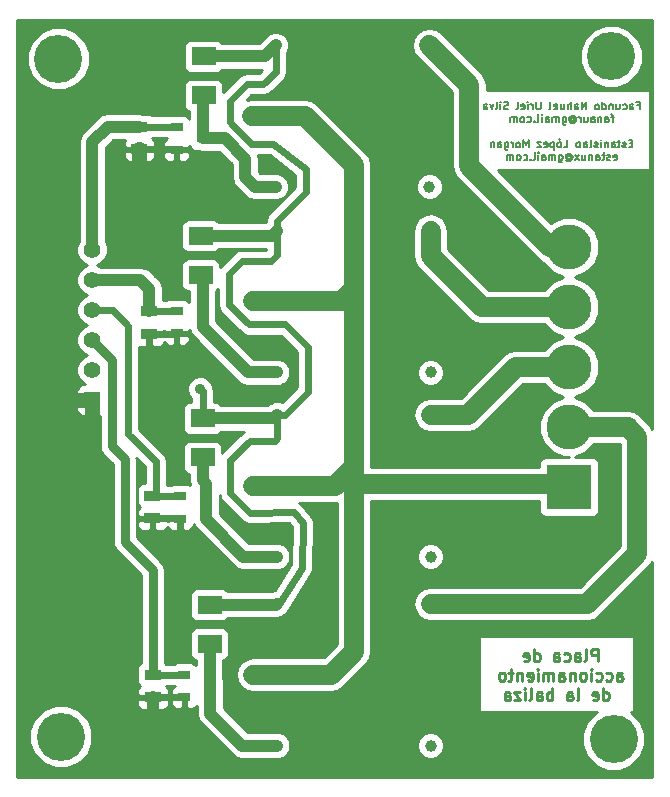
<source format=gbl>
G04 (created by PCBNEW (2013-mar-13)-testing) date mar 04 jun 2013 15:54:13 ART*
%MOIN*%
G04 Gerber Fmt 3.4, Leading zero omitted, Abs format*
%FSLAX34Y34*%
G01*
G70*
G90*
G04 APERTURE LIST*
%ADD10C,0.005906*%
%ADD11C,0.006250*%
%ADD12C,0.009843*%
%ADD13C,0.039370*%
%ADD14R,0.080000X0.060000*%
%ADD15R,0.055000X0.055000*%
%ADD16C,0.055000*%
%ADD17C,0.150000*%
%ADD18R,0.150000X0.150000*%
%ADD19R,0.039400X0.031500*%
%ADD20R,0.055000X0.035000*%
%ADD21C,0.160000*%
%ADD22C,0.035000*%
%ADD23C,0.040000*%
%ADD24C,0.024000*%
%ADD25C,0.065000*%
%ADD26C,0.030000*%
%ADD27C,0.050000*%
%ADD28C,0.010000*%
G04 APERTURE END LIST*
G54D10*
G54D11*
X32043Y-12186D02*
X32129Y-12186D01*
X32129Y-12320D02*
X32129Y-12064D01*
X32007Y-12064D01*
X31800Y-12320D02*
X31800Y-12186D01*
X31812Y-12162D01*
X31836Y-12149D01*
X31885Y-12149D01*
X31909Y-12162D01*
X31800Y-12308D02*
X31824Y-12320D01*
X31885Y-12320D01*
X31909Y-12308D01*
X31922Y-12283D01*
X31922Y-12259D01*
X31909Y-12235D01*
X31885Y-12223D01*
X31824Y-12223D01*
X31800Y-12210D01*
X31568Y-12308D02*
X31593Y-12320D01*
X31641Y-12320D01*
X31666Y-12308D01*
X31678Y-12296D01*
X31690Y-12271D01*
X31690Y-12198D01*
X31678Y-12174D01*
X31666Y-12162D01*
X31641Y-12149D01*
X31593Y-12149D01*
X31568Y-12162D01*
X31349Y-12149D02*
X31349Y-12320D01*
X31459Y-12149D02*
X31459Y-12283D01*
X31446Y-12308D01*
X31422Y-12320D01*
X31385Y-12320D01*
X31361Y-12308D01*
X31349Y-12296D01*
X31227Y-12149D02*
X31227Y-12320D01*
X31227Y-12174D02*
X31215Y-12162D01*
X31190Y-12149D01*
X31154Y-12149D01*
X31130Y-12162D01*
X31117Y-12186D01*
X31117Y-12320D01*
X30886Y-12320D02*
X30886Y-12064D01*
X30886Y-12308D02*
X30910Y-12320D01*
X30959Y-12320D01*
X30983Y-12308D01*
X30995Y-12296D01*
X31008Y-12271D01*
X31008Y-12198D01*
X30995Y-12174D01*
X30983Y-12162D01*
X30959Y-12149D01*
X30910Y-12149D01*
X30886Y-12162D01*
X30727Y-12320D02*
X30752Y-12308D01*
X30764Y-12296D01*
X30776Y-12271D01*
X30776Y-12198D01*
X30764Y-12174D01*
X30752Y-12162D01*
X30727Y-12149D01*
X30691Y-12149D01*
X30666Y-12162D01*
X30654Y-12174D01*
X30642Y-12198D01*
X30642Y-12271D01*
X30654Y-12296D01*
X30666Y-12308D01*
X30691Y-12320D01*
X30727Y-12320D01*
X30337Y-12320D02*
X30337Y-12064D01*
X30191Y-12320D01*
X30191Y-12064D01*
X29960Y-12320D02*
X29960Y-12186D01*
X29972Y-12162D01*
X29996Y-12149D01*
X30045Y-12149D01*
X30069Y-12162D01*
X29960Y-12308D02*
X29984Y-12320D01*
X30045Y-12320D01*
X30069Y-12308D01*
X30082Y-12283D01*
X30082Y-12259D01*
X30069Y-12235D01*
X30045Y-12223D01*
X29984Y-12223D01*
X29960Y-12210D01*
X29838Y-12320D02*
X29838Y-12064D01*
X29728Y-12320D02*
X29728Y-12186D01*
X29740Y-12162D01*
X29765Y-12149D01*
X29801Y-12149D01*
X29826Y-12162D01*
X29838Y-12174D01*
X29497Y-12149D02*
X29497Y-12320D01*
X29606Y-12149D02*
X29606Y-12283D01*
X29594Y-12308D01*
X29570Y-12320D01*
X29533Y-12320D01*
X29509Y-12308D01*
X29497Y-12296D01*
X29277Y-12308D02*
X29302Y-12320D01*
X29350Y-12320D01*
X29375Y-12308D01*
X29387Y-12283D01*
X29387Y-12186D01*
X29375Y-12162D01*
X29350Y-12149D01*
X29302Y-12149D01*
X29277Y-12162D01*
X29265Y-12186D01*
X29265Y-12210D01*
X29387Y-12235D01*
X29119Y-12320D02*
X29143Y-12308D01*
X29155Y-12283D01*
X29155Y-12064D01*
X28826Y-12064D02*
X28826Y-12271D01*
X28814Y-12296D01*
X28802Y-12308D01*
X28778Y-12320D01*
X28729Y-12320D01*
X28705Y-12308D01*
X28692Y-12296D01*
X28680Y-12271D01*
X28680Y-12064D01*
X28558Y-12320D02*
X28558Y-12149D01*
X28558Y-12198D02*
X28546Y-12174D01*
X28534Y-12162D01*
X28510Y-12149D01*
X28485Y-12149D01*
X28400Y-12320D02*
X28400Y-12149D01*
X28400Y-12064D02*
X28412Y-12076D01*
X28400Y-12088D01*
X28388Y-12076D01*
X28400Y-12064D01*
X28400Y-12088D01*
X28181Y-12308D02*
X28205Y-12320D01*
X28254Y-12320D01*
X28278Y-12308D01*
X28290Y-12283D01*
X28290Y-12186D01*
X28278Y-12162D01*
X28254Y-12149D01*
X28205Y-12149D01*
X28181Y-12162D01*
X28168Y-12186D01*
X28168Y-12210D01*
X28290Y-12235D01*
X28022Y-12320D02*
X28046Y-12308D01*
X28059Y-12283D01*
X28059Y-12064D01*
X27742Y-12308D02*
X27705Y-12320D01*
X27644Y-12320D01*
X27620Y-12308D01*
X27608Y-12296D01*
X27596Y-12271D01*
X27596Y-12247D01*
X27608Y-12223D01*
X27620Y-12210D01*
X27644Y-12198D01*
X27693Y-12186D01*
X27717Y-12174D01*
X27730Y-12162D01*
X27742Y-12137D01*
X27742Y-12113D01*
X27730Y-12088D01*
X27717Y-12076D01*
X27693Y-12064D01*
X27632Y-12064D01*
X27596Y-12076D01*
X27486Y-12320D02*
X27486Y-12149D01*
X27486Y-12064D02*
X27498Y-12076D01*
X27486Y-12088D01*
X27474Y-12076D01*
X27486Y-12064D01*
X27486Y-12088D01*
X27327Y-12320D02*
X27352Y-12308D01*
X27364Y-12283D01*
X27364Y-12064D01*
X27254Y-12149D02*
X27193Y-12320D01*
X27133Y-12149D01*
X26925Y-12320D02*
X26925Y-12186D01*
X26938Y-12162D01*
X26962Y-12149D01*
X27011Y-12149D01*
X27035Y-12162D01*
X26925Y-12308D02*
X26950Y-12320D01*
X27011Y-12320D01*
X27035Y-12308D01*
X27047Y-12283D01*
X27047Y-12259D01*
X27035Y-12235D01*
X27011Y-12223D01*
X26950Y-12223D01*
X26925Y-12210D01*
X31270Y-12570D02*
X31172Y-12570D01*
X31233Y-12741D02*
X31233Y-12521D01*
X31221Y-12497D01*
X31197Y-12485D01*
X31172Y-12485D01*
X30977Y-12741D02*
X30977Y-12607D01*
X30989Y-12582D01*
X31014Y-12570D01*
X31062Y-12570D01*
X31087Y-12582D01*
X30977Y-12729D02*
X31002Y-12741D01*
X31062Y-12741D01*
X31087Y-12729D01*
X31099Y-12704D01*
X31099Y-12680D01*
X31087Y-12655D01*
X31062Y-12643D01*
X31002Y-12643D01*
X30977Y-12631D01*
X30855Y-12570D02*
X30855Y-12741D01*
X30855Y-12595D02*
X30843Y-12582D01*
X30819Y-12570D01*
X30782Y-12570D01*
X30758Y-12582D01*
X30746Y-12607D01*
X30746Y-12741D01*
X30514Y-12741D02*
X30514Y-12607D01*
X30526Y-12582D01*
X30551Y-12570D01*
X30599Y-12570D01*
X30624Y-12582D01*
X30514Y-12729D02*
X30538Y-12741D01*
X30599Y-12741D01*
X30624Y-12729D01*
X30636Y-12704D01*
X30636Y-12680D01*
X30624Y-12655D01*
X30599Y-12643D01*
X30538Y-12643D01*
X30514Y-12631D01*
X30283Y-12570D02*
X30283Y-12741D01*
X30392Y-12570D02*
X30392Y-12704D01*
X30380Y-12729D01*
X30356Y-12741D01*
X30319Y-12741D01*
X30295Y-12729D01*
X30283Y-12716D01*
X30161Y-12741D02*
X30161Y-12570D01*
X30161Y-12619D02*
X30149Y-12595D01*
X30136Y-12582D01*
X30112Y-12570D01*
X30088Y-12570D01*
X29844Y-12619D02*
X29856Y-12607D01*
X29880Y-12595D01*
X29905Y-12595D01*
X29929Y-12607D01*
X29941Y-12619D01*
X29954Y-12643D01*
X29954Y-12668D01*
X29941Y-12692D01*
X29929Y-12704D01*
X29905Y-12716D01*
X29880Y-12716D01*
X29856Y-12704D01*
X29844Y-12692D01*
X29844Y-12595D02*
X29844Y-12692D01*
X29832Y-12704D01*
X29820Y-12704D01*
X29795Y-12692D01*
X29783Y-12668D01*
X29783Y-12607D01*
X29807Y-12570D01*
X29844Y-12546D01*
X29893Y-12534D01*
X29941Y-12546D01*
X29978Y-12570D01*
X30002Y-12607D01*
X30014Y-12655D01*
X30002Y-12704D01*
X29978Y-12741D01*
X29941Y-12765D01*
X29893Y-12777D01*
X29844Y-12765D01*
X29807Y-12741D01*
X29564Y-12570D02*
X29564Y-12777D01*
X29576Y-12802D01*
X29588Y-12814D01*
X29612Y-12826D01*
X29649Y-12826D01*
X29673Y-12814D01*
X29564Y-12729D02*
X29588Y-12741D01*
X29637Y-12741D01*
X29661Y-12729D01*
X29673Y-12716D01*
X29685Y-12692D01*
X29685Y-12619D01*
X29673Y-12595D01*
X29661Y-12582D01*
X29637Y-12570D01*
X29588Y-12570D01*
X29564Y-12582D01*
X29442Y-12741D02*
X29442Y-12570D01*
X29442Y-12595D02*
X29430Y-12582D01*
X29405Y-12570D01*
X29369Y-12570D01*
X29344Y-12582D01*
X29332Y-12607D01*
X29332Y-12741D01*
X29332Y-12607D02*
X29320Y-12582D01*
X29296Y-12570D01*
X29259Y-12570D01*
X29235Y-12582D01*
X29222Y-12607D01*
X29222Y-12741D01*
X28991Y-12741D02*
X28991Y-12607D01*
X29003Y-12582D01*
X29027Y-12570D01*
X29076Y-12570D01*
X29101Y-12582D01*
X28991Y-12729D02*
X29015Y-12741D01*
X29076Y-12741D01*
X29101Y-12729D01*
X29113Y-12704D01*
X29113Y-12680D01*
X29101Y-12655D01*
X29076Y-12643D01*
X29015Y-12643D01*
X28991Y-12631D01*
X28869Y-12741D02*
X28869Y-12570D01*
X28869Y-12485D02*
X28881Y-12497D01*
X28869Y-12509D01*
X28857Y-12497D01*
X28869Y-12485D01*
X28869Y-12509D01*
X28711Y-12741D02*
X28735Y-12729D01*
X28747Y-12704D01*
X28747Y-12485D01*
X28613Y-12716D02*
X28601Y-12729D01*
X28613Y-12741D01*
X28625Y-12729D01*
X28613Y-12716D01*
X28613Y-12741D01*
X28382Y-12729D02*
X28406Y-12741D01*
X28455Y-12741D01*
X28479Y-12729D01*
X28491Y-12716D01*
X28503Y-12692D01*
X28503Y-12619D01*
X28491Y-12595D01*
X28479Y-12582D01*
X28455Y-12570D01*
X28406Y-12570D01*
X28382Y-12582D01*
X28235Y-12741D02*
X28260Y-12729D01*
X28272Y-12716D01*
X28284Y-12692D01*
X28284Y-12619D01*
X28272Y-12595D01*
X28260Y-12582D01*
X28235Y-12570D01*
X28199Y-12570D01*
X28174Y-12582D01*
X28162Y-12595D01*
X28150Y-12619D01*
X28150Y-12692D01*
X28162Y-12716D01*
X28174Y-12729D01*
X28199Y-12741D01*
X28235Y-12741D01*
X28040Y-12741D02*
X28040Y-12570D01*
X28040Y-12595D02*
X28028Y-12582D01*
X28004Y-12570D01*
X27967Y-12570D01*
X27943Y-12582D01*
X27931Y-12607D01*
X27931Y-12741D01*
X27931Y-12607D02*
X27919Y-12582D01*
X27894Y-12570D01*
X27858Y-12570D01*
X27833Y-12582D01*
X27821Y-12607D01*
X27821Y-12741D01*
X31885Y-13448D02*
X31800Y-13448D01*
X31763Y-13582D02*
X31885Y-13582D01*
X31885Y-13326D01*
X31763Y-13326D01*
X31666Y-13570D02*
X31641Y-13582D01*
X31593Y-13582D01*
X31568Y-13570D01*
X31556Y-13546D01*
X31556Y-13534D01*
X31568Y-13509D01*
X31593Y-13497D01*
X31629Y-13497D01*
X31654Y-13485D01*
X31666Y-13460D01*
X31666Y-13448D01*
X31654Y-13424D01*
X31629Y-13412D01*
X31593Y-13412D01*
X31568Y-13424D01*
X31483Y-13412D02*
X31385Y-13412D01*
X31446Y-13326D02*
X31446Y-13546D01*
X31434Y-13570D01*
X31410Y-13582D01*
X31385Y-13582D01*
X31190Y-13582D02*
X31190Y-13448D01*
X31203Y-13424D01*
X31227Y-13412D01*
X31276Y-13412D01*
X31300Y-13424D01*
X31190Y-13570D02*
X31215Y-13582D01*
X31276Y-13582D01*
X31300Y-13570D01*
X31312Y-13546D01*
X31312Y-13521D01*
X31300Y-13497D01*
X31276Y-13485D01*
X31215Y-13485D01*
X31190Y-13473D01*
X31069Y-13412D02*
X31069Y-13582D01*
X31069Y-13436D02*
X31056Y-13424D01*
X31032Y-13412D01*
X30995Y-13412D01*
X30971Y-13424D01*
X30959Y-13448D01*
X30959Y-13582D01*
X30837Y-13582D02*
X30837Y-13412D01*
X30837Y-13326D02*
X30849Y-13339D01*
X30837Y-13351D01*
X30825Y-13339D01*
X30837Y-13326D01*
X30837Y-13351D01*
X30727Y-13570D02*
X30703Y-13582D01*
X30654Y-13582D01*
X30630Y-13570D01*
X30618Y-13546D01*
X30618Y-13534D01*
X30630Y-13509D01*
X30654Y-13497D01*
X30691Y-13497D01*
X30715Y-13485D01*
X30727Y-13460D01*
X30727Y-13448D01*
X30715Y-13424D01*
X30691Y-13412D01*
X30654Y-13412D01*
X30630Y-13424D01*
X30471Y-13582D02*
X30496Y-13570D01*
X30508Y-13546D01*
X30508Y-13326D01*
X30264Y-13582D02*
X30264Y-13448D01*
X30276Y-13424D01*
X30301Y-13412D01*
X30350Y-13412D01*
X30374Y-13424D01*
X30264Y-13570D02*
X30289Y-13582D01*
X30350Y-13582D01*
X30374Y-13570D01*
X30386Y-13546D01*
X30386Y-13521D01*
X30374Y-13497D01*
X30350Y-13485D01*
X30289Y-13485D01*
X30264Y-13473D01*
X30106Y-13582D02*
X30130Y-13570D01*
X30142Y-13558D01*
X30155Y-13534D01*
X30155Y-13460D01*
X30142Y-13436D01*
X30130Y-13424D01*
X30106Y-13412D01*
X30069Y-13412D01*
X30045Y-13424D01*
X30033Y-13436D01*
X30021Y-13460D01*
X30021Y-13534D01*
X30033Y-13558D01*
X30045Y-13570D01*
X30069Y-13582D01*
X30106Y-13582D01*
X29594Y-13582D02*
X29716Y-13582D01*
X29716Y-13326D01*
X29472Y-13582D02*
X29497Y-13570D01*
X29509Y-13558D01*
X29521Y-13534D01*
X29521Y-13460D01*
X29509Y-13436D01*
X29497Y-13424D01*
X29472Y-13412D01*
X29436Y-13412D01*
X29411Y-13424D01*
X29399Y-13436D01*
X29387Y-13460D01*
X29387Y-13534D01*
X29399Y-13558D01*
X29411Y-13570D01*
X29436Y-13582D01*
X29472Y-13582D01*
X29423Y-13314D02*
X29460Y-13351D01*
X29277Y-13412D02*
X29277Y-13668D01*
X29277Y-13424D02*
X29253Y-13412D01*
X29204Y-13412D01*
X29180Y-13424D01*
X29168Y-13436D01*
X29155Y-13460D01*
X29155Y-13534D01*
X29168Y-13558D01*
X29180Y-13570D01*
X29204Y-13582D01*
X29253Y-13582D01*
X29277Y-13570D01*
X28948Y-13570D02*
X28973Y-13582D01*
X29021Y-13582D01*
X29046Y-13570D01*
X29058Y-13546D01*
X29058Y-13448D01*
X29046Y-13424D01*
X29021Y-13412D01*
X28973Y-13412D01*
X28948Y-13424D01*
X28936Y-13448D01*
X28936Y-13473D01*
X29058Y-13497D01*
X28851Y-13412D02*
X28717Y-13412D01*
X28851Y-13582D01*
X28717Y-13582D01*
X28424Y-13582D02*
X28424Y-13326D01*
X28339Y-13509D01*
X28254Y-13326D01*
X28254Y-13582D01*
X28095Y-13582D02*
X28120Y-13570D01*
X28132Y-13558D01*
X28144Y-13534D01*
X28144Y-13460D01*
X28132Y-13436D01*
X28120Y-13424D01*
X28095Y-13412D01*
X28059Y-13412D01*
X28034Y-13424D01*
X28022Y-13436D01*
X28010Y-13460D01*
X28010Y-13534D01*
X28022Y-13558D01*
X28034Y-13570D01*
X28059Y-13582D01*
X28095Y-13582D01*
X27900Y-13582D02*
X27900Y-13412D01*
X27900Y-13460D02*
X27888Y-13436D01*
X27876Y-13424D01*
X27851Y-13412D01*
X27827Y-13412D01*
X27632Y-13412D02*
X27632Y-13619D01*
X27644Y-13643D01*
X27657Y-13655D01*
X27681Y-13668D01*
X27717Y-13668D01*
X27742Y-13655D01*
X27632Y-13570D02*
X27657Y-13582D01*
X27705Y-13582D01*
X27730Y-13570D01*
X27742Y-13558D01*
X27754Y-13534D01*
X27754Y-13460D01*
X27742Y-13436D01*
X27730Y-13424D01*
X27705Y-13412D01*
X27657Y-13412D01*
X27632Y-13424D01*
X27401Y-13582D02*
X27401Y-13448D01*
X27413Y-13424D01*
X27437Y-13412D01*
X27486Y-13412D01*
X27510Y-13424D01*
X27401Y-13570D02*
X27425Y-13582D01*
X27486Y-13582D01*
X27510Y-13570D01*
X27522Y-13546D01*
X27522Y-13521D01*
X27510Y-13497D01*
X27486Y-13485D01*
X27425Y-13485D01*
X27401Y-13473D01*
X27279Y-13412D02*
X27279Y-13582D01*
X27279Y-13436D02*
X27267Y-13424D01*
X27242Y-13412D01*
X27206Y-13412D01*
X27181Y-13424D01*
X27169Y-13448D01*
X27169Y-13582D01*
X31257Y-13991D02*
X31282Y-14003D01*
X31331Y-14003D01*
X31355Y-13991D01*
X31367Y-13967D01*
X31367Y-13869D01*
X31355Y-13845D01*
X31331Y-13832D01*
X31282Y-13832D01*
X31257Y-13845D01*
X31245Y-13869D01*
X31245Y-13893D01*
X31367Y-13918D01*
X31148Y-13991D02*
X31123Y-14003D01*
X31075Y-14003D01*
X31050Y-13991D01*
X31038Y-13967D01*
X31038Y-13954D01*
X31050Y-13930D01*
X31075Y-13918D01*
X31111Y-13918D01*
X31136Y-13906D01*
X31148Y-13881D01*
X31148Y-13869D01*
X31136Y-13845D01*
X31111Y-13832D01*
X31075Y-13832D01*
X31050Y-13845D01*
X30965Y-13832D02*
X30868Y-13832D01*
X30928Y-13747D02*
X30928Y-13967D01*
X30916Y-13991D01*
X30892Y-14003D01*
X30868Y-14003D01*
X30673Y-14003D02*
X30673Y-13869D01*
X30685Y-13845D01*
X30709Y-13832D01*
X30758Y-13832D01*
X30782Y-13845D01*
X30673Y-13991D02*
X30697Y-14003D01*
X30758Y-14003D01*
X30782Y-13991D01*
X30794Y-13967D01*
X30794Y-13942D01*
X30782Y-13918D01*
X30758Y-13906D01*
X30697Y-13906D01*
X30673Y-13893D01*
X30551Y-13832D02*
X30551Y-14003D01*
X30551Y-13857D02*
X30538Y-13845D01*
X30514Y-13832D01*
X30478Y-13832D01*
X30453Y-13845D01*
X30441Y-13869D01*
X30441Y-14003D01*
X30209Y-13832D02*
X30209Y-14003D01*
X30319Y-13832D02*
X30319Y-13967D01*
X30307Y-13991D01*
X30283Y-14003D01*
X30246Y-14003D01*
X30222Y-13991D01*
X30209Y-13979D01*
X30112Y-14003D02*
X29978Y-13832D01*
X30112Y-13832D02*
X29978Y-14003D01*
X29722Y-13881D02*
X29734Y-13869D01*
X29759Y-13857D01*
X29783Y-13857D01*
X29807Y-13869D01*
X29820Y-13881D01*
X29832Y-13906D01*
X29832Y-13930D01*
X29820Y-13954D01*
X29807Y-13967D01*
X29783Y-13979D01*
X29759Y-13979D01*
X29734Y-13967D01*
X29722Y-13954D01*
X29722Y-13857D02*
X29722Y-13954D01*
X29710Y-13967D01*
X29698Y-13967D01*
X29673Y-13954D01*
X29661Y-13930D01*
X29661Y-13869D01*
X29685Y-13832D01*
X29722Y-13808D01*
X29771Y-13796D01*
X29820Y-13808D01*
X29856Y-13832D01*
X29880Y-13869D01*
X29893Y-13918D01*
X29880Y-13967D01*
X29856Y-14003D01*
X29820Y-14027D01*
X29771Y-14040D01*
X29722Y-14027D01*
X29685Y-14003D01*
X29442Y-13832D02*
X29442Y-14040D01*
X29454Y-14064D01*
X29466Y-14076D01*
X29491Y-14088D01*
X29527Y-14088D01*
X29551Y-14076D01*
X29442Y-13991D02*
X29466Y-14003D01*
X29515Y-14003D01*
X29539Y-13991D01*
X29551Y-13979D01*
X29564Y-13954D01*
X29564Y-13881D01*
X29551Y-13857D01*
X29539Y-13845D01*
X29515Y-13832D01*
X29466Y-13832D01*
X29442Y-13845D01*
X29320Y-14003D02*
X29320Y-13832D01*
X29320Y-13857D02*
X29308Y-13845D01*
X29283Y-13832D01*
X29247Y-13832D01*
X29222Y-13845D01*
X29210Y-13869D01*
X29210Y-14003D01*
X29210Y-13869D02*
X29198Y-13845D01*
X29174Y-13832D01*
X29137Y-13832D01*
X29113Y-13845D01*
X29101Y-13869D01*
X29101Y-14003D01*
X28869Y-14003D02*
X28869Y-13869D01*
X28881Y-13845D01*
X28906Y-13832D01*
X28954Y-13832D01*
X28979Y-13845D01*
X28869Y-13991D02*
X28893Y-14003D01*
X28954Y-14003D01*
X28979Y-13991D01*
X28991Y-13967D01*
X28991Y-13942D01*
X28979Y-13918D01*
X28954Y-13906D01*
X28893Y-13906D01*
X28869Y-13893D01*
X28747Y-14003D02*
X28747Y-13832D01*
X28747Y-13747D02*
X28759Y-13759D01*
X28747Y-13772D01*
X28735Y-13759D01*
X28747Y-13747D01*
X28747Y-13772D01*
X28589Y-14003D02*
X28613Y-13991D01*
X28625Y-13967D01*
X28625Y-13747D01*
X28491Y-13979D02*
X28479Y-13991D01*
X28491Y-14003D01*
X28503Y-13991D01*
X28491Y-13979D01*
X28491Y-14003D01*
X28260Y-13991D02*
X28284Y-14003D01*
X28333Y-14003D01*
X28357Y-13991D01*
X28369Y-13979D01*
X28382Y-13954D01*
X28382Y-13881D01*
X28369Y-13857D01*
X28357Y-13845D01*
X28333Y-13832D01*
X28284Y-13832D01*
X28260Y-13845D01*
X28113Y-14003D02*
X28138Y-13991D01*
X28150Y-13979D01*
X28162Y-13954D01*
X28162Y-13881D01*
X28150Y-13857D01*
X28138Y-13845D01*
X28113Y-13832D01*
X28077Y-13832D01*
X28053Y-13845D01*
X28040Y-13857D01*
X28028Y-13881D01*
X28028Y-13954D01*
X28040Y-13979D01*
X28053Y-13991D01*
X28077Y-14003D01*
X28113Y-14003D01*
X27919Y-14003D02*
X27919Y-13832D01*
X27919Y-13857D02*
X27906Y-13845D01*
X27882Y-13832D01*
X27845Y-13832D01*
X27821Y-13845D01*
X27809Y-13869D01*
X27809Y-14003D01*
X27809Y-13869D02*
X27797Y-13845D01*
X27772Y-13832D01*
X27736Y-13832D01*
X27711Y-13845D01*
X27699Y-13869D01*
X27699Y-14003D01*
G54D12*
X30728Y-30709D02*
X30728Y-30315D01*
X30578Y-30315D01*
X30540Y-30334D01*
X30522Y-30353D01*
X30503Y-30390D01*
X30503Y-30447D01*
X30522Y-30484D01*
X30540Y-30503D01*
X30578Y-30522D01*
X30728Y-30522D01*
X30278Y-30709D02*
X30315Y-30690D01*
X30334Y-30653D01*
X30334Y-30315D01*
X29959Y-30709D02*
X29959Y-30503D01*
X29978Y-30465D01*
X30015Y-30447D01*
X30090Y-30447D01*
X30128Y-30465D01*
X29959Y-30690D02*
X29997Y-30709D01*
X30090Y-30709D01*
X30128Y-30690D01*
X30147Y-30653D01*
X30147Y-30615D01*
X30128Y-30578D01*
X30090Y-30559D01*
X29997Y-30559D01*
X29959Y-30540D01*
X29603Y-30690D02*
X29640Y-30709D01*
X29715Y-30709D01*
X29753Y-30690D01*
X29772Y-30672D01*
X29790Y-30634D01*
X29790Y-30522D01*
X29772Y-30484D01*
X29753Y-30465D01*
X29715Y-30447D01*
X29640Y-30447D01*
X29603Y-30465D01*
X29266Y-30709D02*
X29266Y-30503D01*
X29284Y-30465D01*
X29322Y-30447D01*
X29397Y-30447D01*
X29434Y-30465D01*
X29266Y-30690D02*
X29303Y-30709D01*
X29397Y-30709D01*
X29434Y-30690D01*
X29453Y-30653D01*
X29453Y-30615D01*
X29434Y-30578D01*
X29397Y-30559D01*
X29303Y-30559D01*
X29266Y-30540D01*
X28609Y-30709D02*
X28609Y-30315D01*
X28609Y-30690D02*
X28647Y-30709D01*
X28722Y-30709D01*
X28759Y-30690D01*
X28778Y-30672D01*
X28797Y-30634D01*
X28797Y-30522D01*
X28778Y-30484D01*
X28759Y-30465D01*
X28722Y-30447D01*
X28647Y-30447D01*
X28609Y-30465D01*
X28272Y-30690D02*
X28309Y-30709D01*
X28384Y-30709D01*
X28422Y-30690D01*
X28441Y-30653D01*
X28441Y-30503D01*
X28422Y-30465D01*
X28384Y-30447D01*
X28309Y-30447D01*
X28272Y-30465D01*
X28253Y-30503D01*
X28253Y-30540D01*
X28441Y-30578D01*
X31375Y-31359D02*
X31375Y-31152D01*
X31393Y-31115D01*
X31431Y-31096D01*
X31506Y-31096D01*
X31543Y-31115D01*
X31375Y-31340D02*
X31412Y-31359D01*
X31506Y-31359D01*
X31543Y-31340D01*
X31562Y-31302D01*
X31562Y-31265D01*
X31543Y-31227D01*
X31506Y-31209D01*
X31412Y-31209D01*
X31375Y-31190D01*
X31018Y-31340D02*
X31056Y-31359D01*
X31131Y-31359D01*
X31168Y-31340D01*
X31187Y-31321D01*
X31206Y-31284D01*
X31206Y-31171D01*
X31187Y-31134D01*
X31168Y-31115D01*
X31131Y-31096D01*
X31056Y-31096D01*
X31018Y-31115D01*
X30681Y-31340D02*
X30718Y-31359D01*
X30793Y-31359D01*
X30831Y-31340D01*
X30850Y-31321D01*
X30868Y-31284D01*
X30868Y-31171D01*
X30850Y-31134D01*
X30831Y-31115D01*
X30793Y-31096D01*
X30718Y-31096D01*
X30681Y-31115D01*
X30512Y-31359D02*
X30512Y-31096D01*
X30512Y-30965D02*
X30531Y-30984D01*
X30512Y-31002D01*
X30494Y-30984D01*
X30512Y-30965D01*
X30512Y-31002D01*
X30269Y-31359D02*
X30306Y-31340D01*
X30325Y-31321D01*
X30344Y-31284D01*
X30344Y-31171D01*
X30325Y-31134D01*
X30306Y-31115D01*
X30269Y-31096D01*
X30212Y-31096D01*
X30175Y-31115D01*
X30156Y-31134D01*
X30137Y-31171D01*
X30137Y-31284D01*
X30156Y-31321D01*
X30175Y-31340D01*
X30212Y-31359D01*
X30269Y-31359D01*
X29969Y-31096D02*
X29969Y-31359D01*
X29969Y-31134D02*
X29950Y-31115D01*
X29912Y-31096D01*
X29856Y-31096D01*
X29819Y-31115D01*
X29800Y-31152D01*
X29800Y-31359D01*
X29444Y-31359D02*
X29444Y-31152D01*
X29462Y-31115D01*
X29500Y-31096D01*
X29575Y-31096D01*
X29612Y-31115D01*
X29444Y-31340D02*
X29481Y-31359D01*
X29575Y-31359D01*
X29612Y-31340D01*
X29631Y-31302D01*
X29631Y-31265D01*
X29612Y-31227D01*
X29575Y-31209D01*
X29481Y-31209D01*
X29444Y-31190D01*
X29256Y-31359D02*
X29256Y-31096D01*
X29256Y-31134D02*
X29237Y-31115D01*
X29200Y-31096D01*
X29144Y-31096D01*
X29106Y-31115D01*
X29087Y-31152D01*
X29087Y-31359D01*
X29087Y-31152D02*
X29069Y-31115D01*
X29031Y-31096D01*
X28975Y-31096D01*
X28937Y-31115D01*
X28919Y-31152D01*
X28919Y-31359D01*
X28731Y-31359D02*
X28731Y-31096D01*
X28731Y-30965D02*
X28750Y-30984D01*
X28731Y-31002D01*
X28712Y-30984D01*
X28731Y-30965D01*
X28731Y-31002D01*
X28394Y-31340D02*
X28431Y-31359D01*
X28506Y-31359D01*
X28544Y-31340D01*
X28562Y-31302D01*
X28562Y-31152D01*
X28544Y-31115D01*
X28506Y-31096D01*
X28431Y-31096D01*
X28394Y-31115D01*
X28375Y-31152D01*
X28375Y-31190D01*
X28562Y-31227D01*
X28206Y-31096D02*
X28206Y-31359D01*
X28206Y-31134D02*
X28188Y-31115D01*
X28150Y-31096D01*
X28094Y-31096D01*
X28056Y-31115D01*
X28038Y-31152D01*
X28038Y-31359D01*
X27906Y-31096D02*
X27756Y-31096D01*
X27850Y-30965D02*
X27850Y-31302D01*
X27831Y-31340D01*
X27794Y-31359D01*
X27756Y-31359D01*
X27569Y-31359D02*
X27606Y-31340D01*
X27625Y-31321D01*
X27644Y-31284D01*
X27644Y-31171D01*
X27625Y-31134D01*
X27606Y-31115D01*
X27569Y-31096D01*
X27513Y-31096D01*
X27475Y-31115D01*
X27456Y-31134D01*
X27438Y-31171D01*
X27438Y-31284D01*
X27456Y-31321D01*
X27475Y-31340D01*
X27513Y-31359D01*
X27569Y-31359D01*
X30906Y-32008D02*
X30906Y-31615D01*
X30906Y-31990D02*
X30943Y-32008D01*
X31018Y-32008D01*
X31056Y-31990D01*
X31075Y-31971D01*
X31093Y-31933D01*
X31093Y-31821D01*
X31075Y-31783D01*
X31056Y-31765D01*
X31018Y-31746D01*
X30943Y-31746D01*
X30906Y-31765D01*
X30568Y-31990D02*
X30606Y-32008D01*
X30681Y-32008D01*
X30718Y-31990D01*
X30737Y-31952D01*
X30737Y-31802D01*
X30718Y-31765D01*
X30681Y-31746D01*
X30606Y-31746D01*
X30568Y-31765D01*
X30550Y-31802D01*
X30550Y-31840D01*
X30737Y-31877D01*
X30025Y-32008D02*
X30062Y-31990D01*
X30081Y-31952D01*
X30081Y-31615D01*
X29706Y-32008D02*
X29706Y-31802D01*
X29725Y-31765D01*
X29762Y-31746D01*
X29837Y-31746D01*
X29875Y-31765D01*
X29706Y-31990D02*
X29744Y-32008D01*
X29837Y-32008D01*
X29875Y-31990D01*
X29894Y-31952D01*
X29894Y-31915D01*
X29875Y-31877D01*
X29837Y-31858D01*
X29744Y-31858D01*
X29706Y-31840D01*
X29219Y-32008D02*
X29219Y-31615D01*
X29219Y-31765D02*
X29181Y-31746D01*
X29106Y-31746D01*
X29069Y-31765D01*
X29050Y-31783D01*
X29031Y-31821D01*
X29031Y-31933D01*
X29050Y-31971D01*
X29069Y-31990D01*
X29106Y-32008D01*
X29181Y-32008D01*
X29219Y-31990D01*
X28694Y-32008D02*
X28694Y-31802D01*
X28712Y-31765D01*
X28750Y-31746D01*
X28825Y-31746D01*
X28862Y-31765D01*
X28694Y-31990D02*
X28731Y-32008D01*
X28825Y-32008D01*
X28862Y-31990D01*
X28881Y-31952D01*
X28881Y-31915D01*
X28862Y-31877D01*
X28825Y-31858D01*
X28731Y-31858D01*
X28694Y-31840D01*
X28450Y-32008D02*
X28488Y-31990D01*
X28506Y-31952D01*
X28506Y-31615D01*
X28300Y-32008D02*
X28300Y-31746D01*
X28300Y-31615D02*
X28319Y-31633D01*
X28300Y-31652D01*
X28281Y-31633D01*
X28300Y-31615D01*
X28300Y-31652D01*
X28150Y-31746D02*
X27944Y-31746D01*
X28150Y-32008D01*
X27944Y-32008D01*
X27625Y-32008D02*
X27625Y-31802D01*
X27644Y-31765D01*
X27681Y-31746D01*
X27756Y-31746D01*
X27794Y-31765D01*
X27625Y-31990D02*
X27663Y-32008D01*
X27756Y-32008D01*
X27794Y-31990D01*
X27813Y-31952D01*
X27813Y-31915D01*
X27794Y-31877D01*
X27756Y-31858D01*
X27663Y-31858D01*
X27625Y-31840D01*
G54D13*
X20039Y-33523D03*
X20039Y-28799D03*
X19251Y-31161D03*
X25157Y-28799D03*
X25157Y-33523D03*
G54D14*
X17598Y-11850D03*
X17598Y-10550D03*
X17559Y-23917D03*
X17559Y-22617D03*
X17500Y-17835D03*
X17500Y-16535D03*
X17795Y-30138D03*
X17795Y-28838D03*
G54D15*
X13877Y-22007D03*
G54D16*
X13877Y-21007D03*
X13877Y-20007D03*
X13877Y-19007D03*
X13877Y-18007D03*
X13877Y-17007D03*
G54D17*
X29783Y-22905D03*
X29783Y-20905D03*
G54D18*
X29783Y-24905D03*
G54D17*
X29783Y-18905D03*
X29783Y-16905D03*
G54D19*
X17558Y-13287D03*
X16692Y-13662D03*
X16692Y-12912D03*
X17558Y-19409D03*
X16692Y-19784D03*
X16692Y-19034D03*
X17814Y-31535D03*
X16948Y-31910D03*
X16948Y-31160D03*
X17677Y-25590D03*
X16811Y-25965D03*
X16811Y-25215D03*
G54D20*
X15885Y-25195D03*
X15885Y-25945D03*
X15452Y-12892D03*
X15452Y-13642D03*
X15905Y-31160D03*
X15905Y-31910D03*
X15787Y-19054D03*
X15787Y-19804D03*
G54D13*
X20039Y-27224D03*
X20039Y-22500D03*
X19251Y-24862D03*
X25157Y-22500D03*
X25157Y-27224D03*
X20000Y-14901D03*
X20000Y-10177D03*
X19212Y-12539D03*
X25118Y-10177D03*
X25118Y-14901D03*
X20039Y-21082D03*
X20039Y-16358D03*
X19251Y-18720D03*
X25157Y-16358D03*
X25157Y-21082D03*
G54D21*
X31181Y-10551D03*
X31259Y-33307D03*
X12834Y-33228D03*
X12755Y-10629D03*
G54D22*
X17480Y-21633D03*
X13976Y-26692D03*
X15196Y-15078D03*
X12992Y-15000D03*
X16023Y-21692D03*
X15925Y-33188D03*
X16811Y-27401D03*
G54D23*
X17598Y-10550D02*
X19626Y-10550D01*
X19626Y-10550D02*
X20000Y-10177D01*
X17500Y-16535D02*
X19862Y-16535D01*
X19862Y-16535D02*
X20039Y-16358D01*
X17559Y-22617D02*
X19921Y-22617D01*
X19921Y-22617D02*
X20039Y-22500D01*
X17795Y-28838D02*
X20000Y-28838D01*
X20000Y-28838D02*
X20039Y-28799D01*
G54D24*
X20039Y-22500D02*
X20314Y-22500D01*
X20314Y-22500D02*
X21082Y-21732D01*
X21082Y-21732D02*
X21082Y-20255D01*
X21082Y-20255D02*
X20314Y-19488D01*
X20314Y-19488D02*
X19094Y-19488D01*
X19094Y-19488D02*
X18444Y-18838D01*
X18444Y-18838D02*
X18444Y-17795D01*
X18444Y-17795D02*
X18877Y-17362D01*
X18877Y-17362D02*
X19842Y-17362D01*
X19842Y-17362D02*
X20039Y-17165D01*
X20039Y-17165D02*
X20039Y-16358D01*
X20039Y-16358D02*
X20039Y-16023D01*
X20039Y-16023D02*
X21003Y-15059D01*
X21003Y-15059D02*
X21003Y-14311D01*
X21003Y-14311D02*
X19921Y-13464D01*
X19921Y-13464D02*
X19173Y-13464D01*
X19173Y-13464D02*
X18484Y-12736D01*
X18484Y-12736D02*
X18484Y-12027D01*
X18484Y-12027D02*
X19035Y-11476D01*
X19035Y-11476D02*
X19586Y-11476D01*
X19586Y-11476D02*
X20000Y-11062D01*
X20000Y-11062D02*
X20000Y-10177D01*
X20039Y-28799D02*
X20118Y-28799D01*
X20118Y-28799D02*
X20866Y-27598D01*
X20866Y-27598D02*
X20905Y-26102D01*
X20905Y-26102D02*
X20590Y-25748D01*
X20590Y-25748D02*
X19133Y-25767D01*
X19133Y-25767D02*
X18484Y-25118D01*
X18484Y-25118D02*
X18484Y-24015D01*
X18484Y-24015D02*
X19133Y-23366D01*
X19133Y-23366D02*
X19960Y-23366D01*
X19960Y-23366D02*
X20039Y-23287D01*
X20039Y-23287D02*
X20039Y-22500D01*
X17559Y-21712D02*
X17559Y-22617D01*
X17480Y-21633D02*
X17559Y-21712D01*
G54D25*
X22598Y-24803D02*
X29681Y-24803D01*
X29681Y-24803D02*
X29783Y-24905D01*
X19251Y-24862D02*
X21988Y-24862D01*
X21988Y-24862D02*
X22598Y-24251D01*
X19251Y-18720D02*
X22185Y-18720D01*
X22185Y-18720D02*
X22598Y-18307D01*
X19251Y-31161D02*
X21830Y-31161D01*
X20964Y-12539D02*
X19212Y-12539D01*
X22598Y-14173D02*
X20964Y-12539D01*
X22598Y-30393D02*
X22598Y-24803D01*
X22598Y-24803D02*
X22598Y-24251D01*
X22598Y-24251D02*
X22598Y-18307D01*
X22598Y-18307D02*
X22598Y-14173D01*
X21830Y-31161D02*
X22598Y-30393D01*
G54D24*
X13877Y-19007D02*
X14559Y-19007D01*
X16003Y-25077D02*
X15885Y-25195D01*
X16003Y-24055D02*
X16003Y-25077D01*
X15078Y-23129D02*
X16003Y-24055D01*
X15078Y-19527D02*
X15078Y-23129D01*
X14559Y-19007D02*
X15078Y-19527D01*
X15885Y-25195D02*
X16791Y-25195D01*
X16791Y-25195D02*
X16811Y-25215D01*
G54D25*
X25157Y-22500D02*
X26397Y-22500D01*
X27992Y-20905D02*
X29783Y-20905D01*
X26397Y-22500D02*
X27992Y-20905D01*
G54D23*
X13877Y-17007D02*
X13877Y-13405D01*
X14390Y-12892D02*
X15452Y-12892D01*
X13877Y-13405D02*
X14390Y-12892D01*
G54D24*
X15452Y-12892D02*
X16673Y-12892D01*
X16673Y-12892D02*
X16692Y-12912D01*
G54D25*
X29783Y-16905D02*
X29149Y-16905D01*
X26456Y-11515D02*
X25118Y-10177D01*
X26456Y-14212D02*
X26456Y-11515D01*
X29149Y-16905D02*
X26456Y-14212D01*
G54D26*
X15905Y-31160D02*
X15905Y-27677D01*
X14527Y-20657D02*
X13877Y-20007D01*
X14527Y-23543D02*
X14527Y-20657D01*
X14960Y-23976D02*
X14527Y-23543D01*
X14960Y-26732D02*
X14960Y-23976D01*
X15905Y-27677D02*
X14960Y-26732D01*
G54D24*
X15905Y-31160D02*
X16948Y-31160D01*
G54D25*
X25157Y-28799D02*
X30374Y-28799D01*
X31724Y-22905D02*
X29783Y-22905D01*
X32047Y-23228D02*
X31724Y-22905D01*
X32047Y-27125D02*
X32047Y-23228D01*
X30374Y-28799D02*
X32047Y-27125D01*
G54D23*
X13877Y-18007D02*
X15488Y-18007D01*
X15787Y-18307D02*
X15787Y-19054D01*
X15488Y-18007D02*
X15787Y-18307D01*
G54D24*
X15787Y-19054D02*
X16673Y-19054D01*
X16673Y-19054D02*
X16692Y-19034D01*
G54D25*
X25157Y-16358D02*
X25157Y-17204D01*
X26858Y-18905D02*
X29783Y-18905D01*
X25157Y-17204D02*
X26858Y-18905D01*
G54D23*
X15905Y-31910D02*
X15905Y-33169D01*
X15905Y-33169D02*
X15925Y-33188D01*
G54D27*
X13877Y-22007D02*
X13877Y-26594D01*
X13877Y-26594D02*
X13976Y-26692D01*
X13877Y-22007D02*
X13267Y-22007D01*
X15452Y-14822D02*
X15452Y-13642D01*
X15196Y-15078D02*
X15452Y-14822D01*
X12559Y-15433D02*
X12992Y-15000D01*
X12559Y-21299D02*
X12559Y-15433D01*
X13267Y-22007D02*
X12559Y-21299D01*
G54D24*
X15787Y-21456D02*
X15787Y-19804D01*
X16023Y-21692D02*
X15787Y-21456D01*
X15925Y-33188D02*
X15905Y-33169D01*
X16811Y-27401D02*
X16811Y-25965D01*
X16811Y-27401D02*
X16811Y-27401D01*
X15787Y-19804D02*
X16673Y-19804D01*
X16673Y-19804D02*
X16692Y-19784D01*
X15452Y-13642D02*
X16673Y-13642D01*
X16673Y-13642D02*
X16692Y-13662D01*
X15885Y-25945D02*
X16791Y-25945D01*
X16791Y-25945D02*
X16811Y-25965D01*
X15905Y-31910D02*
X16948Y-31910D01*
G54D23*
X17814Y-31535D02*
X17814Y-32460D01*
X18877Y-33523D02*
X20039Y-33523D01*
X17814Y-32460D02*
X18877Y-33523D01*
X17795Y-30138D02*
X17795Y-31515D01*
X17795Y-31515D02*
X17814Y-31535D01*
X17558Y-13287D02*
X18307Y-13287D01*
X18307Y-13287D02*
X18976Y-13956D01*
X18976Y-13956D02*
X18976Y-14586D01*
X18976Y-14586D02*
X19291Y-14901D01*
X19291Y-14901D02*
X20000Y-14901D01*
X17558Y-13287D02*
X17558Y-11890D01*
X17558Y-11890D02*
X17598Y-11850D01*
G54D24*
X19291Y-14901D02*
X20000Y-14901D01*
X18976Y-14586D02*
X19291Y-14901D01*
X18976Y-13956D02*
X18976Y-14586D01*
X18307Y-13287D02*
X18976Y-13956D01*
G54D23*
X17558Y-19409D02*
X17558Y-17894D01*
X17558Y-17894D02*
X17500Y-17835D01*
X17558Y-19409D02*
X17558Y-19566D01*
X19074Y-21082D02*
X20039Y-21082D01*
X17558Y-19566D02*
X19074Y-21082D01*
X17559Y-23917D02*
X17559Y-24685D01*
X17677Y-24803D02*
X17677Y-25590D01*
X17559Y-24685D02*
X17677Y-24803D01*
X17677Y-25590D02*
X17677Y-25984D01*
X18917Y-27224D02*
X20039Y-27224D01*
X17677Y-25984D02*
X18917Y-27224D01*
G54D10*
G36*
X20633Y-14905D02*
X19777Y-15761D01*
X19697Y-15882D01*
X19669Y-16023D01*
X19669Y-16085D01*
X18103Y-16085D01*
X18041Y-16023D01*
X17949Y-15985D01*
X17850Y-15985D01*
X17139Y-15985D01*
X17139Y-13869D01*
X17139Y-13774D01*
X17077Y-13712D01*
X16742Y-13712D01*
X16742Y-14007D01*
X16805Y-14069D01*
X16840Y-14069D01*
X16939Y-14069D01*
X17031Y-14031D01*
X17101Y-13961D01*
X17139Y-13869D01*
X17139Y-15985D01*
X17050Y-15985D01*
X16958Y-16023D01*
X16888Y-16093D01*
X16850Y-16185D01*
X16850Y-16284D01*
X16850Y-16884D01*
X16888Y-16976D01*
X16958Y-17046D01*
X17050Y-17085D01*
X17149Y-17085D01*
X17949Y-17085D01*
X18041Y-17046D01*
X18103Y-16985D01*
X19669Y-16985D01*
X19669Y-16992D01*
X18877Y-16992D01*
X18736Y-17020D01*
X18616Y-17100D01*
X18183Y-17533D01*
X18150Y-17583D01*
X18150Y-17485D01*
X18111Y-17393D01*
X18041Y-17323D01*
X17949Y-17285D01*
X17850Y-17285D01*
X17050Y-17285D01*
X16958Y-17323D01*
X16888Y-17393D01*
X16850Y-17485D01*
X16850Y-17584D01*
X16850Y-18184D01*
X16888Y-18276D01*
X16958Y-18346D01*
X17050Y-18385D01*
X17108Y-18385D01*
X17108Y-18752D01*
X17101Y-18735D01*
X17031Y-18665D01*
X16939Y-18626D01*
X16840Y-18626D01*
X16642Y-18626D01*
X16642Y-14007D01*
X16642Y-13712D01*
X16308Y-13712D01*
X16245Y-13774D01*
X16245Y-13869D01*
X16284Y-13961D01*
X16354Y-14031D01*
X16446Y-14069D01*
X16545Y-14069D01*
X16580Y-14069D01*
X16642Y-14007D01*
X16642Y-18626D01*
X16446Y-18626D01*
X16354Y-18665D01*
X16335Y-18684D01*
X16237Y-18684D01*
X16237Y-18307D01*
X16203Y-18134D01*
X16105Y-17988D01*
X15977Y-17861D01*
X15977Y-13867D01*
X15977Y-13755D01*
X15915Y-13692D01*
X15502Y-13692D01*
X15502Y-14005D01*
X15565Y-14067D01*
X15678Y-14067D01*
X15777Y-14067D01*
X15869Y-14029D01*
X15939Y-13959D01*
X15977Y-13867D01*
X15977Y-17861D01*
X15806Y-17689D01*
X15660Y-17592D01*
X15488Y-17557D01*
X15402Y-17557D01*
X15402Y-14005D01*
X15402Y-13692D01*
X14990Y-13692D01*
X14927Y-13755D01*
X14927Y-13867D01*
X14965Y-13959D01*
X15036Y-14029D01*
X15128Y-14067D01*
X15227Y-14067D01*
X15340Y-14067D01*
X15402Y-14005D01*
X15402Y-17557D01*
X14163Y-17557D01*
X14042Y-17507D01*
X14174Y-17453D01*
X14322Y-17305D01*
X14402Y-17112D01*
X14403Y-16903D01*
X14327Y-16722D01*
X14327Y-13591D01*
X14577Y-13342D01*
X14958Y-13342D01*
X14927Y-13417D01*
X14927Y-13530D01*
X14990Y-13592D01*
X15402Y-13592D01*
X15402Y-13584D01*
X15502Y-13584D01*
X15502Y-13592D01*
X15915Y-13592D01*
X15977Y-13530D01*
X15977Y-13417D01*
X15939Y-13326D01*
X15881Y-13267D01*
X15886Y-13262D01*
X16335Y-13262D01*
X16354Y-13281D01*
X16367Y-13287D01*
X16354Y-13292D01*
X16284Y-13363D01*
X16245Y-13455D01*
X16245Y-13549D01*
X16308Y-13612D01*
X16642Y-13612D01*
X16642Y-13604D01*
X16742Y-13604D01*
X16742Y-13612D01*
X17077Y-13612D01*
X17136Y-13553D01*
X17150Y-13586D01*
X17220Y-13656D01*
X17312Y-13694D01*
X17374Y-13694D01*
X17386Y-13703D01*
X17558Y-13737D01*
X18120Y-13737D01*
X18526Y-14143D01*
X18526Y-14586D01*
X18560Y-14758D01*
X18658Y-14904D01*
X18973Y-15219D01*
X19119Y-15317D01*
X19291Y-15351D01*
X20000Y-15351D01*
X20015Y-15348D01*
X20088Y-15348D01*
X20156Y-15320D01*
X20172Y-15317D01*
X20185Y-15308D01*
X20252Y-15280D01*
X20304Y-15228D01*
X20318Y-15219D01*
X20327Y-15206D01*
X20378Y-15155D01*
X20406Y-15087D01*
X20415Y-15073D01*
X20418Y-15058D01*
X20446Y-14990D01*
X20446Y-14917D01*
X20450Y-14901D01*
X20446Y-14885D01*
X20446Y-14813D01*
X20418Y-14745D01*
X20415Y-14729D01*
X20406Y-14716D01*
X20379Y-14648D01*
X20327Y-14596D01*
X20318Y-14583D01*
X20304Y-14574D01*
X20253Y-14522D01*
X20185Y-14494D01*
X20172Y-14485D01*
X20156Y-14482D01*
X20089Y-14454D01*
X20015Y-14454D01*
X20000Y-14451D01*
X19477Y-14451D01*
X19426Y-14400D01*
X19426Y-13956D01*
X19402Y-13834D01*
X19793Y-13834D01*
X20633Y-14491D01*
X20633Y-14905D01*
X20633Y-14905D01*
G37*
G54D28*
X20633Y-14905D02*
X19777Y-15761D01*
X19697Y-15882D01*
X19669Y-16023D01*
X19669Y-16085D01*
X18103Y-16085D01*
X18041Y-16023D01*
X17949Y-15985D01*
X17850Y-15985D01*
X17139Y-15985D01*
X17139Y-13869D01*
X17139Y-13774D01*
X17077Y-13712D01*
X16742Y-13712D01*
X16742Y-14007D01*
X16805Y-14069D01*
X16840Y-14069D01*
X16939Y-14069D01*
X17031Y-14031D01*
X17101Y-13961D01*
X17139Y-13869D01*
X17139Y-15985D01*
X17050Y-15985D01*
X16958Y-16023D01*
X16888Y-16093D01*
X16850Y-16185D01*
X16850Y-16284D01*
X16850Y-16884D01*
X16888Y-16976D01*
X16958Y-17046D01*
X17050Y-17085D01*
X17149Y-17085D01*
X17949Y-17085D01*
X18041Y-17046D01*
X18103Y-16985D01*
X19669Y-16985D01*
X19669Y-16992D01*
X18877Y-16992D01*
X18736Y-17020D01*
X18616Y-17100D01*
X18183Y-17533D01*
X18150Y-17583D01*
X18150Y-17485D01*
X18111Y-17393D01*
X18041Y-17323D01*
X17949Y-17285D01*
X17850Y-17285D01*
X17050Y-17285D01*
X16958Y-17323D01*
X16888Y-17393D01*
X16850Y-17485D01*
X16850Y-17584D01*
X16850Y-18184D01*
X16888Y-18276D01*
X16958Y-18346D01*
X17050Y-18385D01*
X17108Y-18385D01*
X17108Y-18752D01*
X17101Y-18735D01*
X17031Y-18665D01*
X16939Y-18626D01*
X16840Y-18626D01*
X16642Y-18626D01*
X16642Y-14007D01*
X16642Y-13712D01*
X16308Y-13712D01*
X16245Y-13774D01*
X16245Y-13869D01*
X16284Y-13961D01*
X16354Y-14031D01*
X16446Y-14069D01*
X16545Y-14069D01*
X16580Y-14069D01*
X16642Y-14007D01*
X16642Y-18626D01*
X16446Y-18626D01*
X16354Y-18665D01*
X16335Y-18684D01*
X16237Y-18684D01*
X16237Y-18307D01*
X16203Y-18134D01*
X16105Y-17988D01*
X15977Y-17861D01*
X15977Y-13867D01*
X15977Y-13755D01*
X15915Y-13692D01*
X15502Y-13692D01*
X15502Y-14005D01*
X15565Y-14067D01*
X15678Y-14067D01*
X15777Y-14067D01*
X15869Y-14029D01*
X15939Y-13959D01*
X15977Y-13867D01*
X15977Y-17861D01*
X15806Y-17689D01*
X15660Y-17592D01*
X15488Y-17557D01*
X15402Y-17557D01*
X15402Y-14005D01*
X15402Y-13692D01*
X14990Y-13692D01*
X14927Y-13755D01*
X14927Y-13867D01*
X14965Y-13959D01*
X15036Y-14029D01*
X15128Y-14067D01*
X15227Y-14067D01*
X15340Y-14067D01*
X15402Y-14005D01*
X15402Y-17557D01*
X14163Y-17557D01*
X14042Y-17507D01*
X14174Y-17453D01*
X14322Y-17305D01*
X14402Y-17112D01*
X14403Y-16903D01*
X14327Y-16722D01*
X14327Y-13591D01*
X14577Y-13342D01*
X14958Y-13342D01*
X14927Y-13417D01*
X14927Y-13530D01*
X14990Y-13592D01*
X15402Y-13592D01*
X15402Y-13584D01*
X15502Y-13584D01*
X15502Y-13592D01*
X15915Y-13592D01*
X15977Y-13530D01*
X15977Y-13417D01*
X15939Y-13326D01*
X15881Y-13267D01*
X15886Y-13262D01*
X16335Y-13262D01*
X16354Y-13281D01*
X16367Y-13287D01*
X16354Y-13292D01*
X16284Y-13363D01*
X16245Y-13455D01*
X16245Y-13549D01*
X16308Y-13612D01*
X16642Y-13612D01*
X16642Y-13604D01*
X16742Y-13604D01*
X16742Y-13612D01*
X17077Y-13612D01*
X17136Y-13553D01*
X17150Y-13586D01*
X17220Y-13656D01*
X17312Y-13694D01*
X17374Y-13694D01*
X17386Y-13703D01*
X17558Y-13737D01*
X18120Y-13737D01*
X18526Y-14143D01*
X18526Y-14586D01*
X18560Y-14758D01*
X18658Y-14904D01*
X18973Y-15219D01*
X19119Y-15317D01*
X19291Y-15351D01*
X20000Y-15351D01*
X20015Y-15348D01*
X20088Y-15348D01*
X20156Y-15320D01*
X20172Y-15317D01*
X20185Y-15308D01*
X20252Y-15280D01*
X20304Y-15228D01*
X20318Y-15219D01*
X20327Y-15206D01*
X20378Y-15155D01*
X20406Y-15087D01*
X20415Y-15073D01*
X20418Y-15058D01*
X20446Y-14990D01*
X20446Y-14917D01*
X20450Y-14901D01*
X20446Y-14885D01*
X20446Y-14813D01*
X20418Y-14745D01*
X20415Y-14729D01*
X20406Y-14716D01*
X20379Y-14648D01*
X20327Y-14596D01*
X20318Y-14583D01*
X20304Y-14574D01*
X20253Y-14522D01*
X20185Y-14494D01*
X20172Y-14485D01*
X20156Y-14482D01*
X20089Y-14454D01*
X20015Y-14454D01*
X20000Y-14451D01*
X19477Y-14451D01*
X19426Y-14400D01*
X19426Y-13956D01*
X19402Y-13834D01*
X19793Y-13834D01*
X20633Y-14491D01*
X20633Y-14905D01*
G54D10*
G36*
X20712Y-21579D02*
X20208Y-22083D01*
X20195Y-22081D01*
X20128Y-22053D01*
X20055Y-22053D01*
X20039Y-22050D01*
X20023Y-22053D01*
X19950Y-22053D01*
X19883Y-22081D01*
X19867Y-22084D01*
X19853Y-22093D01*
X19786Y-22120D01*
X19739Y-22167D01*
X18162Y-22167D01*
X18100Y-22105D01*
X18008Y-22067D01*
X17929Y-22067D01*
X17929Y-21712D01*
X17905Y-21593D01*
X17905Y-21549D01*
X17840Y-21393D01*
X17721Y-21273D01*
X17565Y-21208D01*
X17396Y-21208D01*
X17239Y-21273D01*
X17139Y-21373D01*
X17139Y-19991D01*
X17139Y-19896D01*
X17077Y-19834D01*
X16742Y-19834D01*
X16742Y-20129D01*
X16805Y-20191D01*
X16840Y-20191D01*
X16939Y-20191D01*
X17031Y-20153D01*
X17101Y-20083D01*
X17139Y-19991D01*
X17139Y-21373D01*
X17120Y-21392D01*
X17055Y-21548D01*
X17055Y-21718D01*
X17119Y-21874D01*
X17189Y-21943D01*
X17189Y-22067D01*
X17109Y-22067D01*
X17017Y-22105D01*
X16947Y-22176D01*
X16909Y-22267D01*
X16909Y-22367D01*
X16909Y-22967D01*
X16947Y-23059D01*
X17017Y-23129D01*
X17109Y-23167D01*
X17208Y-23167D01*
X18008Y-23167D01*
X18100Y-23129D01*
X18162Y-23067D01*
X18927Y-23067D01*
X18872Y-23104D01*
X18222Y-23754D01*
X18209Y-23774D01*
X18209Y-23567D01*
X18170Y-23476D01*
X18100Y-23405D01*
X18008Y-23367D01*
X17909Y-23367D01*
X17109Y-23367D01*
X17017Y-23405D01*
X16947Y-23476D01*
X16909Y-23567D01*
X16909Y-23667D01*
X16909Y-24267D01*
X16947Y-24359D01*
X17017Y-24429D01*
X17109Y-24467D01*
X17109Y-24685D01*
X17140Y-24842D01*
X17057Y-24808D01*
X16958Y-24808D01*
X16642Y-24808D01*
X16642Y-20129D01*
X16642Y-19834D01*
X16308Y-19834D01*
X16269Y-19873D01*
X16249Y-19854D01*
X15837Y-19854D01*
X15837Y-20166D01*
X15899Y-20229D01*
X16012Y-20229D01*
X16112Y-20229D01*
X16204Y-20191D01*
X16274Y-20120D01*
X16288Y-20087D01*
X16354Y-20153D01*
X16446Y-20191D01*
X16545Y-20191D01*
X16580Y-20191D01*
X16642Y-20129D01*
X16642Y-24808D01*
X16564Y-24808D01*
X16521Y-24825D01*
X16373Y-24825D01*
X16373Y-24055D01*
X16345Y-23913D01*
X16265Y-23793D01*
X15448Y-22976D01*
X15448Y-20223D01*
X15462Y-20229D01*
X15562Y-20229D01*
X15674Y-20229D01*
X15737Y-20166D01*
X15737Y-19854D01*
X15729Y-19854D01*
X15729Y-19754D01*
X15737Y-19754D01*
X15737Y-19746D01*
X15837Y-19746D01*
X15837Y-19754D01*
X16249Y-19754D01*
X16289Y-19715D01*
X16308Y-19734D01*
X16642Y-19734D01*
X16642Y-19726D01*
X16742Y-19726D01*
X16742Y-19734D01*
X17077Y-19734D01*
X17131Y-19680D01*
X17143Y-19739D01*
X17240Y-19885D01*
X18756Y-21400D01*
X18902Y-21498D01*
X19074Y-21532D01*
X20039Y-21532D01*
X20055Y-21529D01*
X20127Y-21529D01*
X20195Y-21501D01*
X20211Y-21498D01*
X20224Y-21489D01*
X20292Y-21461D01*
X20344Y-21409D01*
X20357Y-21400D01*
X20366Y-21387D01*
X20417Y-21336D01*
X20446Y-21268D01*
X20455Y-21254D01*
X20458Y-21239D01*
X20486Y-21171D01*
X20486Y-21098D01*
X20489Y-21082D01*
X20486Y-21066D01*
X20486Y-20994D01*
X20458Y-20926D01*
X20455Y-20910D01*
X20446Y-20897D01*
X20418Y-20829D01*
X20366Y-20777D01*
X20357Y-20764D01*
X20344Y-20755D01*
X20292Y-20704D01*
X20225Y-20675D01*
X20211Y-20666D01*
X20195Y-20663D01*
X20128Y-20635D01*
X20055Y-20635D01*
X20039Y-20632D01*
X19261Y-20632D01*
X18008Y-19380D01*
X18008Y-18360D01*
X18041Y-18346D01*
X18074Y-18313D01*
X18074Y-18838D01*
X18103Y-18980D01*
X18183Y-19100D01*
X18832Y-19749D01*
X18952Y-19830D01*
X19094Y-19858D01*
X20161Y-19858D01*
X20712Y-20409D01*
X20712Y-21579D01*
X20712Y-21579D01*
G37*
G54D28*
X20712Y-21579D02*
X20208Y-22083D01*
X20195Y-22081D01*
X20128Y-22053D01*
X20055Y-22053D01*
X20039Y-22050D01*
X20023Y-22053D01*
X19950Y-22053D01*
X19883Y-22081D01*
X19867Y-22084D01*
X19853Y-22093D01*
X19786Y-22120D01*
X19739Y-22167D01*
X18162Y-22167D01*
X18100Y-22105D01*
X18008Y-22067D01*
X17929Y-22067D01*
X17929Y-21712D01*
X17905Y-21593D01*
X17905Y-21549D01*
X17840Y-21393D01*
X17721Y-21273D01*
X17565Y-21208D01*
X17396Y-21208D01*
X17239Y-21273D01*
X17139Y-21373D01*
X17139Y-19991D01*
X17139Y-19896D01*
X17077Y-19834D01*
X16742Y-19834D01*
X16742Y-20129D01*
X16805Y-20191D01*
X16840Y-20191D01*
X16939Y-20191D01*
X17031Y-20153D01*
X17101Y-20083D01*
X17139Y-19991D01*
X17139Y-21373D01*
X17120Y-21392D01*
X17055Y-21548D01*
X17055Y-21718D01*
X17119Y-21874D01*
X17189Y-21943D01*
X17189Y-22067D01*
X17109Y-22067D01*
X17017Y-22105D01*
X16947Y-22176D01*
X16909Y-22267D01*
X16909Y-22367D01*
X16909Y-22967D01*
X16947Y-23059D01*
X17017Y-23129D01*
X17109Y-23167D01*
X17208Y-23167D01*
X18008Y-23167D01*
X18100Y-23129D01*
X18162Y-23067D01*
X18927Y-23067D01*
X18872Y-23104D01*
X18222Y-23754D01*
X18209Y-23774D01*
X18209Y-23567D01*
X18170Y-23476D01*
X18100Y-23405D01*
X18008Y-23367D01*
X17909Y-23367D01*
X17109Y-23367D01*
X17017Y-23405D01*
X16947Y-23476D01*
X16909Y-23567D01*
X16909Y-23667D01*
X16909Y-24267D01*
X16947Y-24359D01*
X17017Y-24429D01*
X17109Y-24467D01*
X17109Y-24685D01*
X17140Y-24842D01*
X17057Y-24808D01*
X16958Y-24808D01*
X16642Y-24808D01*
X16642Y-20129D01*
X16642Y-19834D01*
X16308Y-19834D01*
X16269Y-19873D01*
X16249Y-19854D01*
X15837Y-19854D01*
X15837Y-20166D01*
X15899Y-20229D01*
X16012Y-20229D01*
X16112Y-20229D01*
X16204Y-20191D01*
X16274Y-20120D01*
X16288Y-20087D01*
X16354Y-20153D01*
X16446Y-20191D01*
X16545Y-20191D01*
X16580Y-20191D01*
X16642Y-20129D01*
X16642Y-24808D01*
X16564Y-24808D01*
X16521Y-24825D01*
X16373Y-24825D01*
X16373Y-24055D01*
X16345Y-23913D01*
X16265Y-23793D01*
X15448Y-22976D01*
X15448Y-20223D01*
X15462Y-20229D01*
X15562Y-20229D01*
X15674Y-20229D01*
X15737Y-20166D01*
X15737Y-19854D01*
X15729Y-19854D01*
X15729Y-19754D01*
X15737Y-19754D01*
X15737Y-19746D01*
X15837Y-19746D01*
X15837Y-19754D01*
X16249Y-19754D01*
X16289Y-19715D01*
X16308Y-19734D01*
X16642Y-19734D01*
X16642Y-19726D01*
X16742Y-19726D01*
X16742Y-19734D01*
X17077Y-19734D01*
X17131Y-19680D01*
X17143Y-19739D01*
X17240Y-19885D01*
X18756Y-21400D01*
X18902Y-21498D01*
X19074Y-21532D01*
X20039Y-21532D01*
X20055Y-21529D01*
X20127Y-21529D01*
X20195Y-21501D01*
X20211Y-21498D01*
X20224Y-21489D01*
X20292Y-21461D01*
X20344Y-21409D01*
X20357Y-21400D01*
X20366Y-21387D01*
X20417Y-21336D01*
X20446Y-21268D01*
X20455Y-21254D01*
X20458Y-21239D01*
X20486Y-21171D01*
X20486Y-21098D01*
X20489Y-21082D01*
X20486Y-21066D01*
X20486Y-20994D01*
X20458Y-20926D01*
X20455Y-20910D01*
X20446Y-20897D01*
X20418Y-20829D01*
X20366Y-20777D01*
X20357Y-20764D01*
X20344Y-20755D01*
X20292Y-20704D01*
X20225Y-20675D01*
X20211Y-20666D01*
X20195Y-20663D01*
X20128Y-20635D01*
X20055Y-20635D01*
X20039Y-20632D01*
X19261Y-20632D01*
X18008Y-19380D01*
X18008Y-18360D01*
X18041Y-18346D01*
X18074Y-18313D01*
X18074Y-18838D01*
X18103Y-18980D01*
X18183Y-19100D01*
X18832Y-19749D01*
X18952Y-19830D01*
X19094Y-19858D01*
X20161Y-19858D01*
X20712Y-20409D01*
X20712Y-21579D01*
G54D10*
G36*
X32548Y-34556D02*
X32310Y-34556D01*
X32310Y-33099D01*
X32150Y-32713D01*
X31855Y-32417D01*
X31826Y-32405D01*
X31936Y-32405D01*
X31936Y-29858D01*
X26763Y-29858D01*
X26763Y-32405D01*
X30692Y-32405D01*
X30665Y-32416D01*
X30370Y-32711D01*
X30210Y-33097D01*
X30209Y-33515D01*
X30369Y-33901D01*
X30664Y-34196D01*
X31050Y-34356D01*
X31467Y-34357D01*
X31853Y-34197D01*
X32149Y-33902D01*
X32309Y-33516D01*
X32310Y-33099D01*
X32310Y-34556D01*
X25604Y-34556D01*
X25604Y-33435D01*
X25536Y-33270D01*
X25410Y-33145D01*
X25246Y-33076D01*
X25068Y-33076D01*
X24904Y-33144D01*
X24778Y-33270D01*
X24710Y-33434D01*
X24710Y-33612D01*
X24778Y-33776D01*
X24904Y-33902D01*
X25068Y-33970D01*
X25245Y-33970D01*
X25410Y-33902D01*
X25536Y-33777D01*
X25604Y-33612D01*
X25604Y-33435D01*
X25604Y-34556D01*
X16898Y-34556D01*
X16898Y-32255D01*
X16898Y-31960D01*
X16564Y-31960D01*
X16501Y-32022D01*
X16501Y-32117D01*
X16539Y-32209D01*
X16610Y-32279D01*
X16702Y-32317D01*
X16801Y-32317D01*
X16836Y-32317D01*
X16898Y-32255D01*
X16898Y-34556D01*
X16430Y-34556D01*
X16430Y-32135D01*
X16430Y-32022D01*
X16368Y-31960D01*
X15955Y-31960D01*
X15955Y-32272D01*
X16018Y-32335D01*
X16130Y-32335D01*
X16230Y-32335D01*
X16322Y-32297D01*
X16392Y-32227D01*
X16430Y-32135D01*
X16430Y-34556D01*
X15855Y-34556D01*
X15855Y-32272D01*
X15855Y-31960D01*
X15443Y-31960D01*
X15380Y-32022D01*
X15380Y-32135D01*
X15418Y-32227D01*
X15488Y-32297D01*
X15580Y-32335D01*
X15680Y-32335D01*
X15793Y-32335D01*
X15855Y-32272D01*
X15855Y-34556D01*
X13884Y-34556D01*
X13884Y-33020D01*
X13827Y-32882D01*
X13827Y-22470D01*
X13827Y-22057D01*
X13415Y-22057D01*
X13352Y-22120D01*
X13352Y-22332D01*
X13391Y-22424D01*
X13461Y-22494D01*
X13553Y-22532D01*
X13652Y-22532D01*
X13765Y-22532D01*
X13827Y-22470D01*
X13827Y-32882D01*
X13725Y-32634D01*
X13430Y-32338D01*
X13044Y-32178D01*
X12626Y-32178D01*
X12240Y-32337D01*
X11945Y-32632D01*
X11784Y-33018D01*
X11784Y-33436D01*
X11943Y-33822D01*
X12239Y-34117D01*
X12624Y-34278D01*
X13042Y-34278D01*
X13428Y-34119D01*
X13724Y-33823D01*
X13884Y-33438D01*
X13884Y-33020D01*
X13884Y-34556D01*
X11388Y-34556D01*
X11388Y-9341D01*
X11496Y-9341D01*
X32548Y-9341D01*
X32548Y-22963D01*
X32453Y-22821D01*
X32453Y-22821D01*
X32130Y-22498D01*
X31944Y-22374D01*
X31724Y-22330D01*
X30622Y-22330D01*
X30350Y-22058D01*
X29983Y-21905D01*
X29981Y-21905D01*
X30349Y-21753D01*
X30630Y-21472D01*
X30783Y-21105D01*
X30783Y-20707D01*
X30631Y-20339D01*
X30350Y-20058D01*
X29983Y-19905D01*
X29981Y-19905D01*
X30349Y-19753D01*
X30630Y-19472D01*
X30783Y-19105D01*
X30783Y-18707D01*
X30631Y-18339D01*
X30350Y-18058D01*
X29983Y-17905D01*
X29981Y-17905D01*
X30349Y-17753D01*
X30630Y-17472D01*
X30783Y-17105D01*
X30783Y-16707D01*
X30631Y-16339D01*
X30350Y-16058D01*
X29983Y-15905D01*
X29585Y-15905D01*
X29217Y-16057D01*
X29166Y-16108D01*
X27405Y-14348D01*
X32471Y-14348D01*
X32471Y-11681D01*
X32231Y-11681D01*
X32231Y-10343D01*
X32071Y-9957D01*
X31776Y-9661D01*
X31390Y-9501D01*
X30973Y-9500D01*
X30587Y-9660D01*
X30291Y-9955D01*
X30131Y-10341D01*
X30130Y-10759D01*
X30290Y-11145D01*
X30585Y-11440D01*
X30971Y-11600D01*
X31389Y-11601D01*
X31775Y-11441D01*
X32070Y-11146D01*
X32230Y-10760D01*
X32231Y-10343D01*
X32231Y-11681D01*
X27031Y-11681D01*
X27031Y-11515D01*
X26987Y-11295D01*
X26863Y-11109D01*
X26863Y-11109D01*
X25524Y-9770D01*
X25338Y-9645D01*
X25118Y-9602D01*
X24898Y-9645D01*
X24711Y-9770D01*
X24586Y-9957D01*
X24543Y-10177D01*
X24586Y-10397D01*
X24711Y-10583D01*
X25881Y-11753D01*
X25881Y-14212D01*
X25925Y-14432D01*
X26050Y-14619D01*
X28743Y-17312D01*
X28917Y-17428D01*
X28935Y-17471D01*
X29216Y-17752D01*
X29583Y-17905D01*
X29585Y-17905D01*
X29217Y-18057D01*
X28944Y-18330D01*
X27096Y-18330D01*
X25732Y-16966D01*
X25732Y-16358D01*
X25688Y-16138D01*
X25565Y-15953D01*
X25565Y-14813D01*
X25497Y-14648D01*
X25371Y-14522D01*
X25207Y-14454D01*
X25029Y-14454D01*
X24865Y-14522D01*
X24739Y-14648D01*
X24671Y-14812D01*
X24671Y-14990D01*
X24739Y-15154D01*
X24864Y-15280D01*
X25028Y-15348D01*
X25206Y-15348D01*
X25370Y-15280D01*
X25496Y-15155D01*
X25564Y-14990D01*
X25565Y-14813D01*
X25565Y-15953D01*
X25564Y-15951D01*
X25377Y-15827D01*
X25157Y-15783D01*
X24937Y-15827D01*
X24750Y-15951D01*
X24626Y-16138D01*
X24582Y-16358D01*
X24582Y-17204D01*
X24626Y-17424D01*
X24750Y-17611D01*
X26451Y-19312D01*
X26638Y-19436D01*
X26858Y-19480D01*
X28944Y-19480D01*
X29216Y-19752D01*
X29583Y-19905D01*
X29585Y-19905D01*
X29217Y-20057D01*
X28944Y-20330D01*
X27992Y-20330D01*
X27772Y-20374D01*
X27585Y-20498D01*
X26159Y-21925D01*
X25604Y-21925D01*
X25604Y-20994D01*
X25536Y-20829D01*
X25410Y-20704D01*
X25246Y-20635D01*
X25068Y-20635D01*
X24904Y-20703D01*
X24778Y-20829D01*
X24710Y-20993D01*
X24710Y-21171D01*
X24778Y-21335D01*
X24904Y-21461D01*
X25068Y-21529D01*
X25245Y-21529D01*
X25410Y-21461D01*
X25536Y-21336D01*
X25604Y-21171D01*
X25604Y-20994D01*
X25604Y-21925D01*
X25157Y-21925D01*
X24937Y-21968D01*
X24750Y-22093D01*
X24626Y-22279D01*
X24582Y-22500D01*
X24626Y-22720D01*
X24750Y-22906D01*
X24937Y-23031D01*
X25157Y-23075D01*
X26397Y-23075D01*
X26397Y-23074D01*
X26617Y-23031D01*
X26804Y-22906D01*
X28230Y-21480D01*
X28944Y-21480D01*
X29216Y-21752D01*
X29583Y-21905D01*
X29585Y-21905D01*
X29217Y-22057D01*
X28936Y-22338D01*
X28783Y-22705D01*
X28783Y-23103D01*
X28935Y-23471D01*
X29216Y-23752D01*
X29583Y-23905D01*
X29782Y-23905D01*
X28983Y-23905D01*
X28891Y-23943D01*
X28821Y-24013D01*
X28783Y-24105D01*
X28783Y-24205D01*
X28783Y-24228D01*
X23173Y-24228D01*
X23173Y-18307D01*
X23173Y-14173D01*
X23129Y-13953D01*
X23005Y-13766D01*
X23005Y-13766D01*
X21371Y-12132D01*
X21184Y-12008D01*
X20964Y-11964D01*
X19212Y-11964D01*
X19035Y-11999D01*
X19188Y-11846D01*
X19586Y-11846D01*
X19728Y-11818D01*
X19848Y-11738D01*
X20261Y-11324D01*
X20341Y-11204D01*
X20370Y-11062D01*
X20370Y-10439D01*
X20378Y-10430D01*
X20406Y-10362D01*
X20415Y-10349D01*
X20418Y-10333D01*
X20446Y-10266D01*
X20446Y-10193D01*
X20450Y-10177D01*
X20446Y-10161D01*
X20446Y-10088D01*
X20418Y-10020D01*
X20415Y-10004D01*
X20406Y-9991D01*
X20379Y-9924D01*
X20327Y-9872D01*
X20318Y-9858D01*
X20304Y-9850D01*
X20253Y-9798D01*
X20185Y-9770D01*
X20172Y-9761D01*
X20156Y-9758D01*
X20089Y-9730D01*
X20015Y-9730D01*
X20000Y-9727D01*
X19984Y-9730D01*
X19911Y-9730D01*
X19843Y-9758D01*
X19827Y-9761D01*
X19814Y-9770D01*
X19747Y-9798D01*
X19695Y-9849D01*
X19681Y-9858D01*
X19439Y-10100D01*
X18201Y-10100D01*
X18140Y-10038D01*
X18048Y-10000D01*
X17948Y-10000D01*
X17148Y-10000D01*
X17056Y-10038D01*
X16986Y-10109D01*
X16948Y-10201D01*
X16948Y-10300D01*
X16948Y-10900D01*
X16986Y-10992D01*
X17056Y-11062D01*
X17148Y-11100D01*
X17248Y-11100D01*
X18048Y-11100D01*
X18140Y-11062D01*
X18201Y-11000D01*
X19538Y-11000D01*
X19433Y-11106D01*
X19035Y-11106D01*
X18893Y-11134D01*
X18773Y-11214D01*
X18248Y-11740D01*
X18248Y-11501D01*
X18210Y-11409D01*
X18140Y-11338D01*
X18048Y-11300D01*
X17948Y-11300D01*
X17148Y-11300D01*
X17056Y-11338D01*
X16986Y-11409D01*
X16948Y-11501D01*
X16948Y-11600D01*
X16948Y-12200D01*
X16986Y-12292D01*
X17056Y-12362D01*
X17108Y-12384D01*
X17108Y-12630D01*
X17101Y-12613D01*
X17031Y-12542D01*
X16939Y-12504D01*
X16840Y-12504D01*
X16446Y-12504D01*
X16403Y-12522D01*
X15886Y-12522D01*
X15869Y-12505D01*
X15777Y-12467D01*
X15678Y-12467D01*
X15578Y-12467D01*
X15452Y-12442D01*
X14390Y-12442D01*
X14218Y-12476D01*
X14072Y-12574D01*
X13806Y-12840D01*
X13806Y-10421D01*
X13646Y-10035D01*
X13351Y-9740D01*
X12965Y-9580D01*
X12547Y-9579D01*
X12161Y-9739D01*
X11866Y-10034D01*
X11706Y-10420D01*
X11705Y-10837D01*
X11865Y-11223D01*
X12160Y-11519D01*
X12546Y-11679D01*
X12963Y-11680D01*
X13349Y-11520D01*
X13645Y-11225D01*
X13805Y-10839D01*
X13806Y-10421D01*
X13806Y-12840D01*
X13559Y-13087D01*
X13462Y-13233D01*
X13427Y-13405D01*
X13427Y-16722D01*
X13353Y-16902D01*
X13352Y-17111D01*
X13432Y-17304D01*
X13580Y-17452D01*
X13713Y-17507D01*
X13580Y-17562D01*
X13433Y-17710D01*
X13353Y-17902D01*
X13352Y-18111D01*
X13432Y-18304D01*
X13580Y-18452D01*
X13713Y-18507D01*
X13580Y-18562D01*
X13433Y-18710D01*
X13353Y-18902D01*
X13352Y-19111D01*
X13432Y-19304D01*
X13580Y-19452D01*
X13713Y-19507D01*
X13580Y-19562D01*
X13433Y-19710D01*
X13353Y-19902D01*
X13352Y-20111D01*
X13432Y-20304D01*
X13580Y-20452D01*
X13713Y-20507D01*
X13580Y-20562D01*
X13433Y-20710D01*
X13353Y-20902D01*
X13352Y-21111D01*
X13432Y-21304D01*
X13580Y-21452D01*
X13652Y-21482D01*
X13652Y-21482D01*
X13553Y-21482D01*
X13461Y-21520D01*
X13391Y-21591D01*
X13352Y-21683D01*
X13352Y-21895D01*
X13415Y-21957D01*
X13827Y-21957D01*
X13827Y-21950D01*
X13927Y-21950D01*
X13927Y-21957D01*
X13935Y-21957D01*
X13935Y-22057D01*
X13927Y-22057D01*
X13927Y-22470D01*
X13990Y-22532D01*
X14103Y-22532D01*
X14127Y-22532D01*
X14127Y-23543D01*
X14152Y-23670D01*
X14158Y-23696D01*
X14244Y-23826D01*
X14560Y-24142D01*
X14560Y-26732D01*
X14586Y-26859D01*
X14591Y-26885D01*
X14677Y-27015D01*
X15505Y-27842D01*
X15505Y-30766D01*
X15488Y-30773D01*
X15418Y-30843D01*
X15380Y-30935D01*
X15380Y-31035D01*
X15380Y-31385D01*
X15418Y-31477D01*
X15476Y-31535D01*
X15418Y-31593D01*
X15380Y-31685D01*
X15380Y-31797D01*
X15443Y-31860D01*
X15855Y-31860D01*
X15855Y-31852D01*
X15955Y-31852D01*
X15955Y-31860D01*
X16368Y-31860D01*
X16430Y-31797D01*
X16430Y-31685D01*
X16392Y-31593D01*
X16334Y-31535D01*
X16339Y-31530D01*
X16611Y-31530D01*
X16623Y-31535D01*
X16610Y-31540D01*
X16539Y-31611D01*
X16501Y-31703D01*
X16501Y-31797D01*
X16564Y-31860D01*
X16898Y-31860D01*
X16898Y-31852D01*
X16998Y-31852D01*
X16998Y-31860D01*
X17006Y-31860D01*
X17006Y-31960D01*
X16998Y-31960D01*
X16998Y-32255D01*
X17061Y-32317D01*
X17096Y-32317D01*
X17195Y-32317D01*
X17287Y-32279D01*
X17357Y-32209D01*
X17364Y-32192D01*
X17364Y-32460D01*
X17399Y-32632D01*
X17496Y-32778D01*
X18559Y-33841D01*
X18705Y-33939D01*
X18877Y-33973D01*
X20039Y-33973D01*
X20055Y-33970D01*
X20127Y-33970D01*
X20195Y-33942D01*
X20211Y-33939D01*
X20224Y-33930D01*
X20292Y-33902D01*
X20344Y-33850D01*
X20357Y-33841D01*
X20366Y-33828D01*
X20417Y-33777D01*
X20446Y-33709D01*
X20455Y-33695D01*
X20458Y-33680D01*
X20486Y-33612D01*
X20486Y-33539D01*
X20489Y-33523D01*
X20486Y-33507D01*
X20486Y-33435D01*
X20458Y-33367D01*
X20455Y-33351D01*
X20446Y-33338D01*
X20418Y-33270D01*
X20366Y-33218D01*
X20357Y-33205D01*
X20344Y-33196D01*
X20292Y-33145D01*
X20225Y-33116D01*
X20211Y-33107D01*
X20195Y-33104D01*
X20128Y-33076D01*
X20055Y-33076D01*
X20039Y-33073D01*
X19064Y-33073D01*
X18264Y-32274D01*
X18264Y-31535D01*
X18261Y-31520D01*
X18261Y-31328D01*
X18245Y-31288D01*
X18245Y-30688D01*
X18336Y-30650D01*
X18407Y-30579D01*
X18445Y-30487D01*
X18445Y-30388D01*
X18445Y-29788D01*
X18407Y-29696D01*
X18336Y-29626D01*
X18245Y-29588D01*
X18145Y-29588D01*
X17345Y-29588D01*
X17253Y-29626D01*
X17183Y-29696D01*
X17145Y-29788D01*
X17145Y-29887D01*
X17145Y-30487D01*
X17183Y-30579D01*
X17253Y-30650D01*
X17345Y-30688D01*
X17345Y-30848D01*
X17287Y-30790D01*
X17195Y-30752D01*
X17096Y-30752D01*
X16761Y-30752D01*
X16761Y-26310D01*
X16761Y-26015D01*
X16426Y-26015D01*
X16397Y-26044D01*
X16348Y-25995D01*
X15935Y-25995D01*
X15935Y-26308D01*
X15998Y-26370D01*
X16111Y-26370D01*
X16210Y-26370D01*
X16302Y-26332D01*
X16372Y-26262D01*
X16387Y-26228D01*
X16402Y-26264D01*
X16472Y-26334D01*
X16564Y-26373D01*
X16663Y-26373D01*
X16698Y-26373D01*
X16761Y-26310D01*
X16761Y-30752D01*
X16702Y-30752D01*
X16611Y-30790D01*
X16339Y-30790D01*
X16322Y-30773D01*
X16305Y-30766D01*
X16305Y-27677D01*
X16275Y-27524D01*
X16275Y-27524D01*
X16188Y-27394D01*
X15835Y-27041D01*
X15835Y-26308D01*
X15835Y-25995D01*
X15423Y-25995D01*
X15360Y-26058D01*
X15360Y-26170D01*
X15398Y-26262D01*
X15469Y-26332D01*
X15561Y-26370D01*
X15660Y-26370D01*
X15773Y-26370D01*
X15835Y-26308D01*
X15835Y-27041D01*
X15360Y-26566D01*
X15360Y-23976D01*
X15350Y-23924D01*
X15633Y-24208D01*
X15633Y-24770D01*
X15561Y-24770D01*
X15469Y-24808D01*
X15398Y-24879D01*
X15360Y-24971D01*
X15360Y-25070D01*
X15360Y-25420D01*
X15398Y-25512D01*
X15457Y-25570D01*
X15398Y-25629D01*
X15360Y-25721D01*
X15360Y-25833D01*
X15423Y-25895D01*
X15835Y-25895D01*
X15835Y-25887D01*
X15935Y-25887D01*
X15935Y-25895D01*
X16348Y-25895D01*
X16377Y-25866D01*
X16426Y-25915D01*
X16761Y-25915D01*
X16761Y-25907D01*
X16861Y-25907D01*
X16861Y-25915D01*
X16868Y-25915D01*
X16868Y-26015D01*
X16861Y-26015D01*
X16861Y-26310D01*
X16923Y-26373D01*
X16958Y-26373D01*
X17057Y-26373D01*
X17149Y-26334D01*
X17220Y-26264D01*
X17258Y-26172D01*
X17258Y-26140D01*
X17261Y-26156D01*
X17358Y-26302D01*
X18599Y-27542D01*
X18745Y-27640D01*
X18917Y-27674D01*
X20039Y-27674D01*
X20055Y-27671D01*
X20127Y-27671D01*
X20195Y-27643D01*
X20211Y-27640D01*
X20224Y-27631D01*
X20292Y-27603D01*
X20344Y-27551D01*
X20357Y-27542D01*
X20366Y-27529D01*
X20417Y-27477D01*
X20446Y-27410D01*
X20455Y-27396D01*
X20458Y-27380D01*
X20486Y-27313D01*
X20486Y-27240D01*
X20489Y-27224D01*
X20486Y-27208D01*
X20486Y-27135D01*
X20458Y-27068D01*
X20455Y-27052D01*
X20446Y-27038D01*
X20418Y-26971D01*
X20366Y-26919D01*
X20357Y-26906D01*
X20344Y-26897D01*
X20292Y-26845D01*
X20225Y-26817D01*
X20211Y-26808D01*
X20195Y-26805D01*
X20128Y-26777D01*
X20055Y-26777D01*
X20039Y-26774D01*
X19103Y-26774D01*
X18127Y-25797D01*
X18127Y-25590D01*
X18127Y-25182D01*
X18142Y-25259D01*
X18222Y-25379D01*
X18872Y-26029D01*
X18874Y-26030D01*
X18875Y-26032D01*
X18934Y-26070D01*
X18992Y-26109D01*
X18994Y-26110D01*
X18996Y-26111D01*
X19065Y-26124D01*
X19133Y-26137D01*
X19136Y-26137D01*
X19138Y-26137D01*
X20426Y-26120D01*
X20531Y-26238D01*
X20498Y-27488D01*
X19960Y-28352D01*
X19950Y-28352D01*
X19883Y-28380D01*
X19867Y-28383D01*
X19860Y-28388D01*
X18398Y-28388D01*
X18336Y-28326D01*
X18245Y-28288D01*
X18145Y-28288D01*
X17345Y-28288D01*
X17253Y-28326D01*
X17183Y-28396D01*
X17145Y-28488D01*
X17145Y-28587D01*
X17145Y-29187D01*
X17183Y-29279D01*
X17253Y-29350D01*
X17345Y-29388D01*
X17445Y-29388D01*
X18245Y-29388D01*
X18336Y-29350D01*
X18398Y-29288D01*
X20000Y-29288D01*
X20172Y-29253D01*
X20275Y-29185D01*
X20292Y-29178D01*
X20304Y-29165D01*
X20318Y-29156D01*
X20357Y-29117D01*
X20366Y-29104D01*
X20417Y-29052D01*
X20446Y-28984D01*
X20455Y-28971D01*
X20458Y-28955D01*
X20461Y-28947D01*
X21180Y-27794D01*
X21189Y-27769D01*
X21204Y-27748D01*
X21214Y-27703D01*
X21231Y-27658D01*
X21230Y-27633D01*
X21236Y-27608D01*
X21275Y-26112D01*
X21264Y-26046D01*
X21255Y-25981D01*
X21251Y-25975D01*
X21250Y-25969D01*
X21215Y-25913D01*
X21182Y-25856D01*
X20867Y-25502D01*
X20856Y-25494D01*
X20848Y-25482D01*
X20799Y-25450D01*
X20781Y-25437D01*
X21988Y-25437D01*
X21988Y-25437D01*
X22023Y-25430D01*
X22023Y-30155D01*
X21592Y-30586D01*
X19251Y-30586D01*
X19031Y-30630D01*
X18845Y-30754D01*
X18720Y-30941D01*
X18676Y-31161D01*
X18720Y-31381D01*
X18845Y-31568D01*
X19031Y-31692D01*
X19251Y-31736D01*
X21830Y-31736D01*
X21830Y-31736D01*
X22050Y-31692D01*
X22237Y-31568D01*
X23005Y-30800D01*
X23005Y-30800D01*
X23129Y-30613D01*
X23129Y-30613D01*
X23136Y-30577D01*
X23173Y-30393D01*
X23173Y-30393D01*
X23173Y-25378D01*
X28783Y-25378D01*
X28783Y-25705D01*
X28821Y-25797D01*
X28891Y-25867D01*
X28983Y-25905D01*
X29083Y-25905D01*
X30583Y-25905D01*
X30675Y-25867D01*
X30745Y-25797D01*
X30783Y-25705D01*
X30783Y-25605D01*
X30783Y-24105D01*
X30745Y-24013D01*
X30675Y-23943D01*
X30583Y-23905D01*
X30483Y-23905D01*
X29981Y-23905D01*
X30349Y-23753D01*
X30622Y-23480D01*
X31472Y-23480D01*
X31472Y-26887D01*
X30135Y-28224D01*
X25604Y-28224D01*
X25604Y-27135D01*
X25536Y-26971D01*
X25410Y-26845D01*
X25246Y-26777D01*
X25068Y-26777D01*
X24904Y-26845D01*
X24778Y-26970D01*
X24710Y-27135D01*
X24710Y-27312D01*
X24778Y-27477D01*
X24904Y-27603D01*
X25068Y-27671D01*
X25245Y-27671D01*
X25410Y-27603D01*
X25536Y-27477D01*
X25604Y-27313D01*
X25604Y-27135D01*
X25604Y-28224D01*
X25157Y-28224D01*
X24937Y-28267D01*
X24750Y-28392D01*
X24626Y-28579D01*
X24582Y-28799D01*
X24626Y-29019D01*
X24750Y-29205D01*
X24937Y-29330D01*
X25157Y-29374D01*
X30374Y-29374D01*
X30374Y-29374D01*
X30594Y-29330D01*
X30780Y-29205D01*
X32453Y-27532D01*
X32453Y-27532D01*
X32548Y-27390D01*
X32548Y-34556D01*
X32548Y-34556D01*
G37*
G54D28*
X32548Y-34556D02*
X32310Y-34556D01*
X32310Y-33099D01*
X32150Y-32713D01*
X31855Y-32417D01*
X31826Y-32405D01*
X31936Y-32405D01*
X31936Y-29858D01*
X26763Y-29858D01*
X26763Y-32405D01*
X30692Y-32405D01*
X30665Y-32416D01*
X30370Y-32711D01*
X30210Y-33097D01*
X30209Y-33515D01*
X30369Y-33901D01*
X30664Y-34196D01*
X31050Y-34356D01*
X31467Y-34357D01*
X31853Y-34197D01*
X32149Y-33902D01*
X32309Y-33516D01*
X32310Y-33099D01*
X32310Y-34556D01*
X25604Y-34556D01*
X25604Y-33435D01*
X25536Y-33270D01*
X25410Y-33145D01*
X25246Y-33076D01*
X25068Y-33076D01*
X24904Y-33144D01*
X24778Y-33270D01*
X24710Y-33434D01*
X24710Y-33612D01*
X24778Y-33776D01*
X24904Y-33902D01*
X25068Y-33970D01*
X25245Y-33970D01*
X25410Y-33902D01*
X25536Y-33777D01*
X25604Y-33612D01*
X25604Y-33435D01*
X25604Y-34556D01*
X16898Y-34556D01*
X16898Y-32255D01*
X16898Y-31960D01*
X16564Y-31960D01*
X16501Y-32022D01*
X16501Y-32117D01*
X16539Y-32209D01*
X16610Y-32279D01*
X16702Y-32317D01*
X16801Y-32317D01*
X16836Y-32317D01*
X16898Y-32255D01*
X16898Y-34556D01*
X16430Y-34556D01*
X16430Y-32135D01*
X16430Y-32022D01*
X16368Y-31960D01*
X15955Y-31960D01*
X15955Y-32272D01*
X16018Y-32335D01*
X16130Y-32335D01*
X16230Y-32335D01*
X16322Y-32297D01*
X16392Y-32227D01*
X16430Y-32135D01*
X16430Y-34556D01*
X15855Y-34556D01*
X15855Y-32272D01*
X15855Y-31960D01*
X15443Y-31960D01*
X15380Y-32022D01*
X15380Y-32135D01*
X15418Y-32227D01*
X15488Y-32297D01*
X15580Y-32335D01*
X15680Y-32335D01*
X15793Y-32335D01*
X15855Y-32272D01*
X15855Y-34556D01*
X13884Y-34556D01*
X13884Y-33020D01*
X13827Y-32882D01*
X13827Y-22470D01*
X13827Y-22057D01*
X13415Y-22057D01*
X13352Y-22120D01*
X13352Y-22332D01*
X13391Y-22424D01*
X13461Y-22494D01*
X13553Y-22532D01*
X13652Y-22532D01*
X13765Y-22532D01*
X13827Y-22470D01*
X13827Y-32882D01*
X13725Y-32634D01*
X13430Y-32338D01*
X13044Y-32178D01*
X12626Y-32178D01*
X12240Y-32337D01*
X11945Y-32632D01*
X11784Y-33018D01*
X11784Y-33436D01*
X11943Y-33822D01*
X12239Y-34117D01*
X12624Y-34278D01*
X13042Y-34278D01*
X13428Y-34119D01*
X13724Y-33823D01*
X13884Y-33438D01*
X13884Y-33020D01*
X13884Y-34556D01*
X11388Y-34556D01*
X11388Y-9341D01*
X11496Y-9341D01*
X32548Y-9341D01*
X32548Y-22963D01*
X32453Y-22821D01*
X32453Y-22821D01*
X32130Y-22498D01*
X31944Y-22374D01*
X31724Y-22330D01*
X30622Y-22330D01*
X30350Y-22058D01*
X29983Y-21905D01*
X29981Y-21905D01*
X30349Y-21753D01*
X30630Y-21472D01*
X30783Y-21105D01*
X30783Y-20707D01*
X30631Y-20339D01*
X30350Y-20058D01*
X29983Y-19905D01*
X29981Y-19905D01*
X30349Y-19753D01*
X30630Y-19472D01*
X30783Y-19105D01*
X30783Y-18707D01*
X30631Y-18339D01*
X30350Y-18058D01*
X29983Y-17905D01*
X29981Y-17905D01*
X30349Y-17753D01*
X30630Y-17472D01*
X30783Y-17105D01*
X30783Y-16707D01*
X30631Y-16339D01*
X30350Y-16058D01*
X29983Y-15905D01*
X29585Y-15905D01*
X29217Y-16057D01*
X29166Y-16108D01*
X27405Y-14348D01*
X32471Y-14348D01*
X32471Y-11681D01*
X32231Y-11681D01*
X32231Y-10343D01*
X32071Y-9957D01*
X31776Y-9661D01*
X31390Y-9501D01*
X30973Y-9500D01*
X30587Y-9660D01*
X30291Y-9955D01*
X30131Y-10341D01*
X30130Y-10759D01*
X30290Y-11145D01*
X30585Y-11440D01*
X30971Y-11600D01*
X31389Y-11601D01*
X31775Y-11441D01*
X32070Y-11146D01*
X32230Y-10760D01*
X32231Y-10343D01*
X32231Y-11681D01*
X27031Y-11681D01*
X27031Y-11515D01*
X26987Y-11295D01*
X26863Y-11109D01*
X26863Y-11109D01*
X25524Y-9770D01*
X25338Y-9645D01*
X25118Y-9602D01*
X24898Y-9645D01*
X24711Y-9770D01*
X24586Y-9957D01*
X24543Y-10177D01*
X24586Y-10397D01*
X24711Y-10583D01*
X25881Y-11753D01*
X25881Y-14212D01*
X25925Y-14432D01*
X26050Y-14619D01*
X28743Y-17312D01*
X28917Y-17428D01*
X28935Y-17471D01*
X29216Y-17752D01*
X29583Y-17905D01*
X29585Y-17905D01*
X29217Y-18057D01*
X28944Y-18330D01*
X27096Y-18330D01*
X25732Y-16966D01*
X25732Y-16358D01*
X25688Y-16138D01*
X25565Y-15953D01*
X25565Y-14813D01*
X25497Y-14648D01*
X25371Y-14522D01*
X25207Y-14454D01*
X25029Y-14454D01*
X24865Y-14522D01*
X24739Y-14648D01*
X24671Y-14812D01*
X24671Y-14990D01*
X24739Y-15154D01*
X24864Y-15280D01*
X25028Y-15348D01*
X25206Y-15348D01*
X25370Y-15280D01*
X25496Y-15155D01*
X25564Y-14990D01*
X25565Y-14813D01*
X25565Y-15953D01*
X25564Y-15951D01*
X25377Y-15827D01*
X25157Y-15783D01*
X24937Y-15827D01*
X24750Y-15951D01*
X24626Y-16138D01*
X24582Y-16358D01*
X24582Y-17204D01*
X24626Y-17424D01*
X24750Y-17611D01*
X26451Y-19312D01*
X26638Y-19436D01*
X26858Y-19480D01*
X28944Y-19480D01*
X29216Y-19752D01*
X29583Y-19905D01*
X29585Y-19905D01*
X29217Y-20057D01*
X28944Y-20330D01*
X27992Y-20330D01*
X27772Y-20374D01*
X27585Y-20498D01*
X26159Y-21925D01*
X25604Y-21925D01*
X25604Y-20994D01*
X25536Y-20829D01*
X25410Y-20704D01*
X25246Y-20635D01*
X25068Y-20635D01*
X24904Y-20703D01*
X24778Y-20829D01*
X24710Y-20993D01*
X24710Y-21171D01*
X24778Y-21335D01*
X24904Y-21461D01*
X25068Y-21529D01*
X25245Y-21529D01*
X25410Y-21461D01*
X25536Y-21336D01*
X25604Y-21171D01*
X25604Y-20994D01*
X25604Y-21925D01*
X25157Y-21925D01*
X24937Y-21968D01*
X24750Y-22093D01*
X24626Y-22279D01*
X24582Y-22500D01*
X24626Y-22720D01*
X24750Y-22906D01*
X24937Y-23031D01*
X25157Y-23075D01*
X26397Y-23075D01*
X26397Y-23074D01*
X26617Y-23031D01*
X26804Y-22906D01*
X28230Y-21480D01*
X28944Y-21480D01*
X29216Y-21752D01*
X29583Y-21905D01*
X29585Y-21905D01*
X29217Y-22057D01*
X28936Y-22338D01*
X28783Y-22705D01*
X28783Y-23103D01*
X28935Y-23471D01*
X29216Y-23752D01*
X29583Y-23905D01*
X29782Y-23905D01*
X28983Y-23905D01*
X28891Y-23943D01*
X28821Y-24013D01*
X28783Y-24105D01*
X28783Y-24205D01*
X28783Y-24228D01*
X23173Y-24228D01*
X23173Y-18307D01*
X23173Y-14173D01*
X23129Y-13953D01*
X23005Y-13766D01*
X23005Y-13766D01*
X21371Y-12132D01*
X21184Y-12008D01*
X20964Y-11964D01*
X19212Y-11964D01*
X19035Y-11999D01*
X19188Y-11846D01*
X19586Y-11846D01*
X19728Y-11818D01*
X19848Y-11738D01*
X20261Y-11324D01*
X20341Y-11204D01*
X20370Y-11062D01*
X20370Y-10439D01*
X20378Y-10430D01*
X20406Y-10362D01*
X20415Y-10349D01*
X20418Y-10333D01*
X20446Y-10266D01*
X20446Y-10193D01*
X20450Y-10177D01*
X20446Y-10161D01*
X20446Y-10088D01*
X20418Y-10020D01*
X20415Y-10004D01*
X20406Y-9991D01*
X20379Y-9924D01*
X20327Y-9872D01*
X20318Y-9858D01*
X20304Y-9850D01*
X20253Y-9798D01*
X20185Y-9770D01*
X20172Y-9761D01*
X20156Y-9758D01*
X20089Y-9730D01*
X20015Y-9730D01*
X20000Y-9727D01*
X19984Y-9730D01*
X19911Y-9730D01*
X19843Y-9758D01*
X19827Y-9761D01*
X19814Y-9770D01*
X19747Y-9798D01*
X19695Y-9849D01*
X19681Y-9858D01*
X19439Y-10100D01*
X18201Y-10100D01*
X18140Y-10038D01*
X18048Y-10000D01*
X17948Y-10000D01*
X17148Y-10000D01*
X17056Y-10038D01*
X16986Y-10109D01*
X16948Y-10201D01*
X16948Y-10300D01*
X16948Y-10900D01*
X16986Y-10992D01*
X17056Y-11062D01*
X17148Y-11100D01*
X17248Y-11100D01*
X18048Y-11100D01*
X18140Y-11062D01*
X18201Y-11000D01*
X19538Y-11000D01*
X19433Y-11106D01*
X19035Y-11106D01*
X18893Y-11134D01*
X18773Y-11214D01*
X18248Y-11740D01*
X18248Y-11501D01*
X18210Y-11409D01*
X18140Y-11338D01*
X18048Y-11300D01*
X17948Y-11300D01*
X17148Y-11300D01*
X17056Y-11338D01*
X16986Y-11409D01*
X16948Y-11501D01*
X16948Y-11600D01*
X16948Y-12200D01*
X16986Y-12292D01*
X17056Y-12362D01*
X17108Y-12384D01*
X17108Y-12630D01*
X17101Y-12613D01*
X17031Y-12542D01*
X16939Y-12504D01*
X16840Y-12504D01*
X16446Y-12504D01*
X16403Y-12522D01*
X15886Y-12522D01*
X15869Y-12505D01*
X15777Y-12467D01*
X15678Y-12467D01*
X15578Y-12467D01*
X15452Y-12442D01*
X14390Y-12442D01*
X14218Y-12476D01*
X14072Y-12574D01*
X13806Y-12840D01*
X13806Y-10421D01*
X13646Y-10035D01*
X13351Y-9740D01*
X12965Y-9580D01*
X12547Y-9579D01*
X12161Y-9739D01*
X11866Y-10034D01*
X11706Y-10420D01*
X11705Y-10837D01*
X11865Y-11223D01*
X12160Y-11519D01*
X12546Y-11679D01*
X12963Y-11680D01*
X13349Y-11520D01*
X13645Y-11225D01*
X13805Y-10839D01*
X13806Y-10421D01*
X13806Y-12840D01*
X13559Y-13087D01*
X13462Y-13233D01*
X13427Y-13405D01*
X13427Y-16722D01*
X13353Y-16902D01*
X13352Y-17111D01*
X13432Y-17304D01*
X13580Y-17452D01*
X13713Y-17507D01*
X13580Y-17562D01*
X13433Y-17710D01*
X13353Y-17902D01*
X13352Y-18111D01*
X13432Y-18304D01*
X13580Y-18452D01*
X13713Y-18507D01*
X13580Y-18562D01*
X13433Y-18710D01*
X13353Y-18902D01*
X13352Y-19111D01*
X13432Y-19304D01*
X13580Y-19452D01*
X13713Y-19507D01*
X13580Y-19562D01*
X13433Y-19710D01*
X13353Y-19902D01*
X13352Y-20111D01*
X13432Y-20304D01*
X13580Y-20452D01*
X13713Y-20507D01*
X13580Y-20562D01*
X13433Y-20710D01*
X13353Y-20902D01*
X13352Y-21111D01*
X13432Y-21304D01*
X13580Y-21452D01*
X13652Y-21482D01*
X13652Y-21482D01*
X13553Y-21482D01*
X13461Y-21520D01*
X13391Y-21591D01*
X13352Y-21683D01*
X13352Y-21895D01*
X13415Y-21957D01*
X13827Y-21957D01*
X13827Y-21950D01*
X13927Y-21950D01*
X13927Y-21957D01*
X13935Y-21957D01*
X13935Y-22057D01*
X13927Y-22057D01*
X13927Y-22470D01*
X13990Y-22532D01*
X14103Y-22532D01*
X14127Y-22532D01*
X14127Y-23543D01*
X14152Y-23670D01*
X14158Y-23696D01*
X14244Y-23826D01*
X14560Y-24142D01*
X14560Y-26732D01*
X14586Y-26859D01*
X14591Y-26885D01*
X14677Y-27015D01*
X15505Y-27842D01*
X15505Y-30766D01*
X15488Y-30773D01*
X15418Y-30843D01*
X15380Y-30935D01*
X15380Y-31035D01*
X15380Y-31385D01*
X15418Y-31477D01*
X15476Y-31535D01*
X15418Y-31593D01*
X15380Y-31685D01*
X15380Y-31797D01*
X15443Y-31860D01*
X15855Y-31860D01*
X15855Y-31852D01*
X15955Y-31852D01*
X15955Y-31860D01*
X16368Y-31860D01*
X16430Y-31797D01*
X16430Y-31685D01*
X16392Y-31593D01*
X16334Y-31535D01*
X16339Y-31530D01*
X16611Y-31530D01*
X16623Y-31535D01*
X16610Y-31540D01*
X16539Y-31611D01*
X16501Y-31703D01*
X16501Y-31797D01*
X16564Y-31860D01*
X16898Y-31860D01*
X16898Y-31852D01*
X16998Y-31852D01*
X16998Y-31860D01*
X17006Y-31860D01*
X17006Y-31960D01*
X16998Y-31960D01*
X16998Y-32255D01*
X17061Y-32317D01*
X17096Y-32317D01*
X17195Y-32317D01*
X17287Y-32279D01*
X17357Y-32209D01*
X17364Y-32192D01*
X17364Y-32460D01*
X17399Y-32632D01*
X17496Y-32778D01*
X18559Y-33841D01*
X18705Y-33939D01*
X18877Y-33973D01*
X20039Y-33973D01*
X20055Y-33970D01*
X20127Y-33970D01*
X20195Y-33942D01*
X20211Y-33939D01*
X20224Y-33930D01*
X20292Y-33902D01*
X20344Y-33850D01*
X20357Y-33841D01*
X20366Y-33828D01*
X20417Y-33777D01*
X20446Y-33709D01*
X20455Y-33695D01*
X20458Y-33680D01*
X20486Y-33612D01*
X20486Y-33539D01*
X20489Y-33523D01*
X20486Y-33507D01*
X20486Y-33435D01*
X20458Y-33367D01*
X20455Y-33351D01*
X20446Y-33338D01*
X20418Y-33270D01*
X20366Y-33218D01*
X20357Y-33205D01*
X20344Y-33196D01*
X20292Y-33145D01*
X20225Y-33116D01*
X20211Y-33107D01*
X20195Y-33104D01*
X20128Y-33076D01*
X20055Y-33076D01*
X20039Y-33073D01*
X19064Y-33073D01*
X18264Y-32274D01*
X18264Y-31535D01*
X18261Y-31520D01*
X18261Y-31328D01*
X18245Y-31288D01*
X18245Y-30688D01*
X18336Y-30650D01*
X18407Y-30579D01*
X18445Y-30487D01*
X18445Y-30388D01*
X18445Y-29788D01*
X18407Y-29696D01*
X18336Y-29626D01*
X18245Y-29588D01*
X18145Y-29588D01*
X17345Y-29588D01*
X17253Y-29626D01*
X17183Y-29696D01*
X17145Y-29788D01*
X17145Y-29887D01*
X17145Y-30487D01*
X17183Y-30579D01*
X17253Y-30650D01*
X17345Y-30688D01*
X17345Y-30848D01*
X17287Y-30790D01*
X17195Y-30752D01*
X17096Y-30752D01*
X16761Y-30752D01*
X16761Y-26310D01*
X16761Y-26015D01*
X16426Y-26015D01*
X16397Y-26044D01*
X16348Y-25995D01*
X15935Y-25995D01*
X15935Y-26308D01*
X15998Y-26370D01*
X16111Y-26370D01*
X16210Y-26370D01*
X16302Y-26332D01*
X16372Y-26262D01*
X16387Y-26228D01*
X16402Y-26264D01*
X16472Y-26334D01*
X16564Y-26373D01*
X16663Y-26373D01*
X16698Y-26373D01*
X16761Y-26310D01*
X16761Y-30752D01*
X16702Y-30752D01*
X16611Y-30790D01*
X16339Y-30790D01*
X16322Y-30773D01*
X16305Y-30766D01*
X16305Y-27677D01*
X16275Y-27524D01*
X16275Y-27524D01*
X16188Y-27394D01*
X15835Y-27041D01*
X15835Y-26308D01*
X15835Y-25995D01*
X15423Y-25995D01*
X15360Y-26058D01*
X15360Y-26170D01*
X15398Y-26262D01*
X15469Y-26332D01*
X15561Y-26370D01*
X15660Y-26370D01*
X15773Y-26370D01*
X15835Y-26308D01*
X15835Y-27041D01*
X15360Y-26566D01*
X15360Y-23976D01*
X15350Y-23924D01*
X15633Y-24208D01*
X15633Y-24770D01*
X15561Y-24770D01*
X15469Y-24808D01*
X15398Y-24879D01*
X15360Y-24971D01*
X15360Y-25070D01*
X15360Y-25420D01*
X15398Y-25512D01*
X15457Y-25570D01*
X15398Y-25629D01*
X15360Y-25721D01*
X15360Y-25833D01*
X15423Y-25895D01*
X15835Y-25895D01*
X15835Y-25887D01*
X15935Y-25887D01*
X15935Y-25895D01*
X16348Y-25895D01*
X16377Y-25866D01*
X16426Y-25915D01*
X16761Y-25915D01*
X16761Y-25907D01*
X16861Y-25907D01*
X16861Y-25915D01*
X16868Y-25915D01*
X16868Y-26015D01*
X16861Y-26015D01*
X16861Y-26310D01*
X16923Y-26373D01*
X16958Y-26373D01*
X17057Y-26373D01*
X17149Y-26334D01*
X17220Y-26264D01*
X17258Y-26172D01*
X17258Y-26140D01*
X17261Y-26156D01*
X17358Y-26302D01*
X18599Y-27542D01*
X18745Y-27640D01*
X18917Y-27674D01*
X20039Y-27674D01*
X20055Y-27671D01*
X20127Y-27671D01*
X20195Y-27643D01*
X20211Y-27640D01*
X20224Y-27631D01*
X20292Y-27603D01*
X20344Y-27551D01*
X20357Y-27542D01*
X20366Y-27529D01*
X20417Y-27477D01*
X20446Y-27410D01*
X20455Y-27396D01*
X20458Y-27380D01*
X20486Y-27313D01*
X20486Y-27240D01*
X20489Y-27224D01*
X20486Y-27208D01*
X20486Y-27135D01*
X20458Y-27068D01*
X20455Y-27052D01*
X20446Y-27038D01*
X20418Y-26971D01*
X20366Y-26919D01*
X20357Y-26906D01*
X20344Y-26897D01*
X20292Y-26845D01*
X20225Y-26817D01*
X20211Y-26808D01*
X20195Y-26805D01*
X20128Y-26777D01*
X20055Y-26777D01*
X20039Y-26774D01*
X19103Y-26774D01*
X18127Y-25797D01*
X18127Y-25590D01*
X18127Y-25182D01*
X18142Y-25259D01*
X18222Y-25379D01*
X18872Y-26029D01*
X18874Y-26030D01*
X18875Y-26032D01*
X18934Y-26070D01*
X18992Y-26109D01*
X18994Y-26110D01*
X18996Y-26111D01*
X19065Y-26124D01*
X19133Y-26137D01*
X19136Y-26137D01*
X19138Y-26137D01*
X20426Y-26120D01*
X20531Y-26238D01*
X20498Y-27488D01*
X19960Y-28352D01*
X19950Y-28352D01*
X19883Y-28380D01*
X19867Y-28383D01*
X19860Y-28388D01*
X18398Y-28388D01*
X18336Y-28326D01*
X18245Y-28288D01*
X18145Y-28288D01*
X17345Y-28288D01*
X17253Y-28326D01*
X17183Y-28396D01*
X17145Y-28488D01*
X17145Y-28587D01*
X17145Y-29187D01*
X17183Y-29279D01*
X17253Y-29350D01*
X17345Y-29388D01*
X17445Y-29388D01*
X18245Y-29388D01*
X18336Y-29350D01*
X18398Y-29288D01*
X20000Y-29288D01*
X20172Y-29253D01*
X20275Y-29185D01*
X20292Y-29178D01*
X20304Y-29165D01*
X20318Y-29156D01*
X20357Y-29117D01*
X20366Y-29104D01*
X20417Y-29052D01*
X20446Y-28984D01*
X20455Y-28971D01*
X20458Y-28955D01*
X20461Y-28947D01*
X21180Y-27794D01*
X21189Y-27769D01*
X21204Y-27748D01*
X21214Y-27703D01*
X21231Y-27658D01*
X21230Y-27633D01*
X21236Y-27608D01*
X21275Y-26112D01*
X21264Y-26046D01*
X21255Y-25981D01*
X21251Y-25975D01*
X21250Y-25969D01*
X21215Y-25913D01*
X21182Y-25856D01*
X20867Y-25502D01*
X20856Y-25494D01*
X20848Y-25482D01*
X20799Y-25450D01*
X20781Y-25437D01*
X21988Y-25437D01*
X21988Y-25437D01*
X22023Y-25430D01*
X22023Y-30155D01*
X21592Y-30586D01*
X19251Y-30586D01*
X19031Y-30630D01*
X18845Y-30754D01*
X18720Y-30941D01*
X18676Y-31161D01*
X18720Y-31381D01*
X18845Y-31568D01*
X19031Y-31692D01*
X19251Y-31736D01*
X21830Y-31736D01*
X21830Y-31736D01*
X22050Y-31692D01*
X22237Y-31568D01*
X23005Y-30800D01*
X23005Y-30800D01*
X23129Y-30613D01*
X23129Y-30613D01*
X23136Y-30577D01*
X23173Y-30393D01*
X23173Y-30393D01*
X23173Y-25378D01*
X28783Y-25378D01*
X28783Y-25705D01*
X28821Y-25797D01*
X28891Y-25867D01*
X28983Y-25905D01*
X29083Y-25905D01*
X30583Y-25905D01*
X30675Y-25867D01*
X30745Y-25797D01*
X30783Y-25705D01*
X30783Y-25605D01*
X30783Y-24105D01*
X30745Y-24013D01*
X30675Y-23943D01*
X30583Y-23905D01*
X30483Y-23905D01*
X29981Y-23905D01*
X30349Y-23753D01*
X30622Y-23480D01*
X31472Y-23480D01*
X31472Y-26887D01*
X30135Y-28224D01*
X25604Y-28224D01*
X25604Y-27135D01*
X25536Y-26971D01*
X25410Y-26845D01*
X25246Y-26777D01*
X25068Y-26777D01*
X24904Y-26845D01*
X24778Y-26970D01*
X24710Y-27135D01*
X24710Y-27312D01*
X24778Y-27477D01*
X24904Y-27603D01*
X25068Y-27671D01*
X25245Y-27671D01*
X25410Y-27603D01*
X25536Y-27477D01*
X25604Y-27313D01*
X25604Y-27135D01*
X25604Y-28224D01*
X25157Y-28224D01*
X24937Y-28267D01*
X24750Y-28392D01*
X24626Y-28579D01*
X24582Y-28799D01*
X24626Y-29019D01*
X24750Y-29205D01*
X24937Y-29330D01*
X25157Y-29374D01*
X30374Y-29374D01*
X30374Y-29374D01*
X30594Y-29330D01*
X30780Y-29205D01*
X32453Y-27532D01*
X32453Y-27532D01*
X32548Y-27390D01*
X32548Y-34556D01*
M02*

</source>
